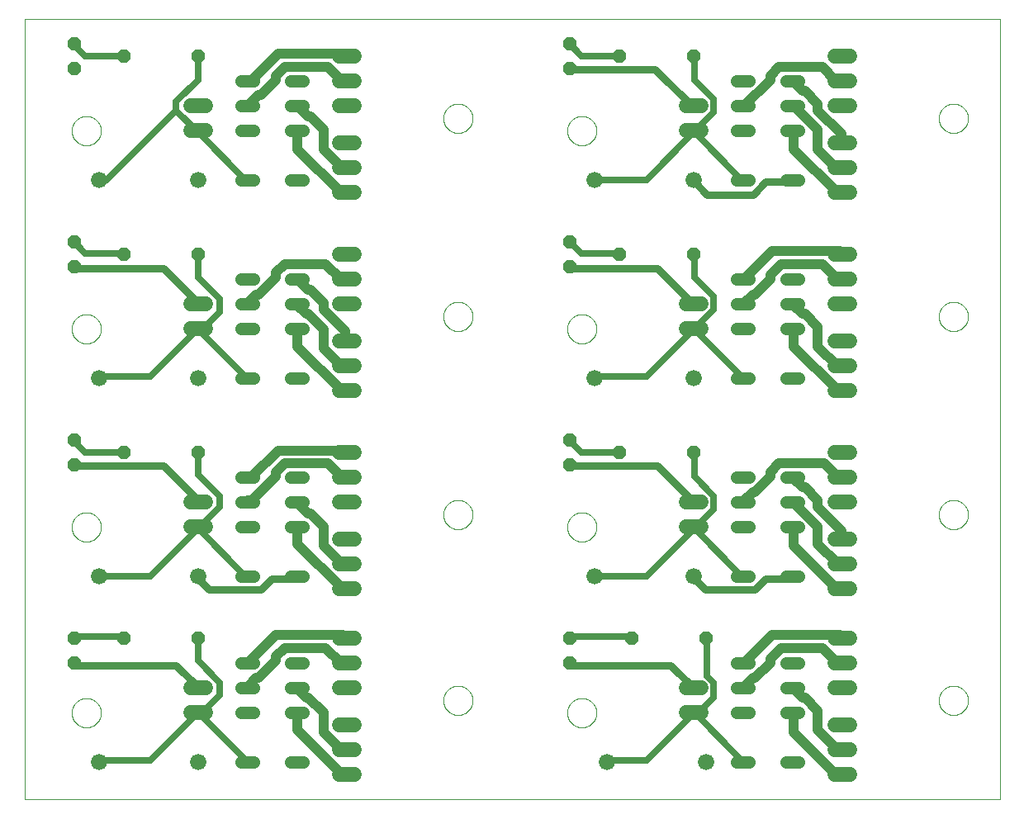
<source format=gtl>
G75*
%MOIN*%
%OFA0B0*%
%FSLAX25Y25*%
%IPPOS*%
%LPD*%
%AMOC8*
5,1,8,0,0,1.08239X$1,22.5*
%
%ADD10C,0.00000*%
%ADD11C,0.06600*%
%ADD12C,0.06000*%
%ADD13OC8,0.05200*%
%ADD14C,0.05150*%
%ADD15C,0.02500*%
%ADD16C,0.04000*%
%ADD17C,0.03000*%
D10*
X0002600Y0002600D02*
X0002600Y0317561D01*
X0396301Y0317561D01*
X0396301Y0002600D01*
X0002600Y0002600D01*
X0021694Y0037600D02*
X0021696Y0037753D01*
X0021702Y0037907D01*
X0021712Y0038060D01*
X0021726Y0038212D01*
X0021744Y0038365D01*
X0021766Y0038516D01*
X0021791Y0038667D01*
X0021821Y0038818D01*
X0021855Y0038968D01*
X0021892Y0039116D01*
X0021933Y0039264D01*
X0021978Y0039410D01*
X0022027Y0039556D01*
X0022080Y0039700D01*
X0022136Y0039842D01*
X0022196Y0039983D01*
X0022260Y0040123D01*
X0022327Y0040261D01*
X0022398Y0040397D01*
X0022473Y0040531D01*
X0022550Y0040663D01*
X0022632Y0040793D01*
X0022716Y0040921D01*
X0022804Y0041047D01*
X0022895Y0041170D01*
X0022989Y0041291D01*
X0023087Y0041409D01*
X0023187Y0041525D01*
X0023291Y0041638D01*
X0023397Y0041749D01*
X0023506Y0041857D01*
X0023618Y0041962D01*
X0023732Y0042063D01*
X0023850Y0042162D01*
X0023969Y0042258D01*
X0024091Y0042351D01*
X0024216Y0042440D01*
X0024343Y0042527D01*
X0024472Y0042609D01*
X0024603Y0042689D01*
X0024736Y0042765D01*
X0024871Y0042838D01*
X0025008Y0042907D01*
X0025147Y0042972D01*
X0025287Y0043034D01*
X0025429Y0043092D01*
X0025572Y0043147D01*
X0025717Y0043198D01*
X0025863Y0043245D01*
X0026010Y0043288D01*
X0026158Y0043327D01*
X0026307Y0043363D01*
X0026457Y0043394D01*
X0026608Y0043422D01*
X0026759Y0043446D01*
X0026912Y0043466D01*
X0027064Y0043482D01*
X0027217Y0043494D01*
X0027370Y0043502D01*
X0027523Y0043506D01*
X0027677Y0043506D01*
X0027830Y0043502D01*
X0027983Y0043494D01*
X0028136Y0043482D01*
X0028288Y0043466D01*
X0028441Y0043446D01*
X0028592Y0043422D01*
X0028743Y0043394D01*
X0028893Y0043363D01*
X0029042Y0043327D01*
X0029190Y0043288D01*
X0029337Y0043245D01*
X0029483Y0043198D01*
X0029628Y0043147D01*
X0029771Y0043092D01*
X0029913Y0043034D01*
X0030053Y0042972D01*
X0030192Y0042907D01*
X0030329Y0042838D01*
X0030464Y0042765D01*
X0030597Y0042689D01*
X0030728Y0042609D01*
X0030857Y0042527D01*
X0030984Y0042440D01*
X0031109Y0042351D01*
X0031231Y0042258D01*
X0031350Y0042162D01*
X0031468Y0042063D01*
X0031582Y0041962D01*
X0031694Y0041857D01*
X0031803Y0041749D01*
X0031909Y0041638D01*
X0032013Y0041525D01*
X0032113Y0041409D01*
X0032211Y0041291D01*
X0032305Y0041170D01*
X0032396Y0041047D01*
X0032484Y0040921D01*
X0032568Y0040793D01*
X0032650Y0040663D01*
X0032727Y0040531D01*
X0032802Y0040397D01*
X0032873Y0040261D01*
X0032940Y0040123D01*
X0033004Y0039983D01*
X0033064Y0039842D01*
X0033120Y0039700D01*
X0033173Y0039556D01*
X0033222Y0039410D01*
X0033267Y0039264D01*
X0033308Y0039116D01*
X0033345Y0038968D01*
X0033379Y0038818D01*
X0033409Y0038667D01*
X0033434Y0038516D01*
X0033456Y0038365D01*
X0033474Y0038212D01*
X0033488Y0038060D01*
X0033498Y0037907D01*
X0033504Y0037753D01*
X0033506Y0037600D01*
X0033504Y0037447D01*
X0033498Y0037293D01*
X0033488Y0037140D01*
X0033474Y0036988D01*
X0033456Y0036835D01*
X0033434Y0036684D01*
X0033409Y0036533D01*
X0033379Y0036382D01*
X0033345Y0036232D01*
X0033308Y0036084D01*
X0033267Y0035936D01*
X0033222Y0035790D01*
X0033173Y0035644D01*
X0033120Y0035500D01*
X0033064Y0035358D01*
X0033004Y0035217D01*
X0032940Y0035077D01*
X0032873Y0034939D01*
X0032802Y0034803D01*
X0032727Y0034669D01*
X0032650Y0034537D01*
X0032568Y0034407D01*
X0032484Y0034279D01*
X0032396Y0034153D01*
X0032305Y0034030D01*
X0032211Y0033909D01*
X0032113Y0033791D01*
X0032013Y0033675D01*
X0031909Y0033562D01*
X0031803Y0033451D01*
X0031694Y0033343D01*
X0031582Y0033238D01*
X0031468Y0033137D01*
X0031350Y0033038D01*
X0031231Y0032942D01*
X0031109Y0032849D01*
X0030984Y0032760D01*
X0030857Y0032673D01*
X0030728Y0032591D01*
X0030597Y0032511D01*
X0030464Y0032435D01*
X0030329Y0032362D01*
X0030192Y0032293D01*
X0030053Y0032228D01*
X0029913Y0032166D01*
X0029771Y0032108D01*
X0029628Y0032053D01*
X0029483Y0032002D01*
X0029337Y0031955D01*
X0029190Y0031912D01*
X0029042Y0031873D01*
X0028893Y0031837D01*
X0028743Y0031806D01*
X0028592Y0031778D01*
X0028441Y0031754D01*
X0028288Y0031734D01*
X0028136Y0031718D01*
X0027983Y0031706D01*
X0027830Y0031698D01*
X0027677Y0031694D01*
X0027523Y0031694D01*
X0027370Y0031698D01*
X0027217Y0031706D01*
X0027064Y0031718D01*
X0026912Y0031734D01*
X0026759Y0031754D01*
X0026608Y0031778D01*
X0026457Y0031806D01*
X0026307Y0031837D01*
X0026158Y0031873D01*
X0026010Y0031912D01*
X0025863Y0031955D01*
X0025717Y0032002D01*
X0025572Y0032053D01*
X0025429Y0032108D01*
X0025287Y0032166D01*
X0025147Y0032228D01*
X0025008Y0032293D01*
X0024871Y0032362D01*
X0024736Y0032435D01*
X0024603Y0032511D01*
X0024472Y0032591D01*
X0024343Y0032673D01*
X0024216Y0032760D01*
X0024091Y0032849D01*
X0023969Y0032942D01*
X0023850Y0033038D01*
X0023732Y0033137D01*
X0023618Y0033238D01*
X0023506Y0033343D01*
X0023397Y0033451D01*
X0023291Y0033562D01*
X0023187Y0033675D01*
X0023087Y0033791D01*
X0022989Y0033909D01*
X0022895Y0034030D01*
X0022804Y0034153D01*
X0022716Y0034279D01*
X0022632Y0034407D01*
X0022550Y0034537D01*
X0022473Y0034669D01*
X0022398Y0034803D01*
X0022327Y0034939D01*
X0022260Y0035077D01*
X0022196Y0035217D01*
X0022136Y0035358D01*
X0022080Y0035500D01*
X0022027Y0035644D01*
X0021978Y0035790D01*
X0021933Y0035936D01*
X0021892Y0036084D01*
X0021855Y0036232D01*
X0021821Y0036382D01*
X0021791Y0036533D01*
X0021766Y0036684D01*
X0021744Y0036835D01*
X0021726Y0036988D01*
X0021712Y0037140D01*
X0021702Y0037293D01*
X0021696Y0037447D01*
X0021694Y0037600D01*
X0021694Y0112600D02*
X0021696Y0112753D01*
X0021702Y0112907D01*
X0021712Y0113060D01*
X0021726Y0113212D01*
X0021744Y0113365D01*
X0021766Y0113516D01*
X0021791Y0113667D01*
X0021821Y0113818D01*
X0021855Y0113968D01*
X0021892Y0114116D01*
X0021933Y0114264D01*
X0021978Y0114410D01*
X0022027Y0114556D01*
X0022080Y0114700D01*
X0022136Y0114842D01*
X0022196Y0114983D01*
X0022260Y0115123D01*
X0022327Y0115261D01*
X0022398Y0115397D01*
X0022473Y0115531D01*
X0022550Y0115663D01*
X0022632Y0115793D01*
X0022716Y0115921D01*
X0022804Y0116047D01*
X0022895Y0116170D01*
X0022989Y0116291D01*
X0023087Y0116409D01*
X0023187Y0116525D01*
X0023291Y0116638D01*
X0023397Y0116749D01*
X0023506Y0116857D01*
X0023618Y0116962D01*
X0023732Y0117063D01*
X0023850Y0117162D01*
X0023969Y0117258D01*
X0024091Y0117351D01*
X0024216Y0117440D01*
X0024343Y0117527D01*
X0024472Y0117609D01*
X0024603Y0117689D01*
X0024736Y0117765D01*
X0024871Y0117838D01*
X0025008Y0117907D01*
X0025147Y0117972D01*
X0025287Y0118034D01*
X0025429Y0118092D01*
X0025572Y0118147D01*
X0025717Y0118198D01*
X0025863Y0118245D01*
X0026010Y0118288D01*
X0026158Y0118327D01*
X0026307Y0118363D01*
X0026457Y0118394D01*
X0026608Y0118422D01*
X0026759Y0118446D01*
X0026912Y0118466D01*
X0027064Y0118482D01*
X0027217Y0118494D01*
X0027370Y0118502D01*
X0027523Y0118506D01*
X0027677Y0118506D01*
X0027830Y0118502D01*
X0027983Y0118494D01*
X0028136Y0118482D01*
X0028288Y0118466D01*
X0028441Y0118446D01*
X0028592Y0118422D01*
X0028743Y0118394D01*
X0028893Y0118363D01*
X0029042Y0118327D01*
X0029190Y0118288D01*
X0029337Y0118245D01*
X0029483Y0118198D01*
X0029628Y0118147D01*
X0029771Y0118092D01*
X0029913Y0118034D01*
X0030053Y0117972D01*
X0030192Y0117907D01*
X0030329Y0117838D01*
X0030464Y0117765D01*
X0030597Y0117689D01*
X0030728Y0117609D01*
X0030857Y0117527D01*
X0030984Y0117440D01*
X0031109Y0117351D01*
X0031231Y0117258D01*
X0031350Y0117162D01*
X0031468Y0117063D01*
X0031582Y0116962D01*
X0031694Y0116857D01*
X0031803Y0116749D01*
X0031909Y0116638D01*
X0032013Y0116525D01*
X0032113Y0116409D01*
X0032211Y0116291D01*
X0032305Y0116170D01*
X0032396Y0116047D01*
X0032484Y0115921D01*
X0032568Y0115793D01*
X0032650Y0115663D01*
X0032727Y0115531D01*
X0032802Y0115397D01*
X0032873Y0115261D01*
X0032940Y0115123D01*
X0033004Y0114983D01*
X0033064Y0114842D01*
X0033120Y0114700D01*
X0033173Y0114556D01*
X0033222Y0114410D01*
X0033267Y0114264D01*
X0033308Y0114116D01*
X0033345Y0113968D01*
X0033379Y0113818D01*
X0033409Y0113667D01*
X0033434Y0113516D01*
X0033456Y0113365D01*
X0033474Y0113212D01*
X0033488Y0113060D01*
X0033498Y0112907D01*
X0033504Y0112753D01*
X0033506Y0112600D01*
X0033504Y0112447D01*
X0033498Y0112293D01*
X0033488Y0112140D01*
X0033474Y0111988D01*
X0033456Y0111835D01*
X0033434Y0111684D01*
X0033409Y0111533D01*
X0033379Y0111382D01*
X0033345Y0111232D01*
X0033308Y0111084D01*
X0033267Y0110936D01*
X0033222Y0110790D01*
X0033173Y0110644D01*
X0033120Y0110500D01*
X0033064Y0110358D01*
X0033004Y0110217D01*
X0032940Y0110077D01*
X0032873Y0109939D01*
X0032802Y0109803D01*
X0032727Y0109669D01*
X0032650Y0109537D01*
X0032568Y0109407D01*
X0032484Y0109279D01*
X0032396Y0109153D01*
X0032305Y0109030D01*
X0032211Y0108909D01*
X0032113Y0108791D01*
X0032013Y0108675D01*
X0031909Y0108562D01*
X0031803Y0108451D01*
X0031694Y0108343D01*
X0031582Y0108238D01*
X0031468Y0108137D01*
X0031350Y0108038D01*
X0031231Y0107942D01*
X0031109Y0107849D01*
X0030984Y0107760D01*
X0030857Y0107673D01*
X0030728Y0107591D01*
X0030597Y0107511D01*
X0030464Y0107435D01*
X0030329Y0107362D01*
X0030192Y0107293D01*
X0030053Y0107228D01*
X0029913Y0107166D01*
X0029771Y0107108D01*
X0029628Y0107053D01*
X0029483Y0107002D01*
X0029337Y0106955D01*
X0029190Y0106912D01*
X0029042Y0106873D01*
X0028893Y0106837D01*
X0028743Y0106806D01*
X0028592Y0106778D01*
X0028441Y0106754D01*
X0028288Y0106734D01*
X0028136Y0106718D01*
X0027983Y0106706D01*
X0027830Y0106698D01*
X0027677Y0106694D01*
X0027523Y0106694D01*
X0027370Y0106698D01*
X0027217Y0106706D01*
X0027064Y0106718D01*
X0026912Y0106734D01*
X0026759Y0106754D01*
X0026608Y0106778D01*
X0026457Y0106806D01*
X0026307Y0106837D01*
X0026158Y0106873D01*
X0026010Y0106912D01*
X0025863Y0106955D01*
X0025717Y0107002D01*
X0025572Y0107053D01*
X0025429Y0107108D01*
X0025287Y0107166D01*
X0025147Y0107228D01*
X0025008Y0107293D01*
X0024871Y0107362D01*
X0024736Y0107435D01*
X0024603Y0107511D01*
X0024472Y0107591D01*
X0024343Y0107673D01*
X0024216Y0107760D01*
X0024091Y0107849D01*
X0023969Y0107942D01*
X0023850Y0108038D01*
X0023732Y0108137D01*
X0023618Y0108238D01*
X0023506Y0108343D01*
X0023397Y0108451D01*
X0023291Y0108562D01*
X0023187Y0108675D01*
X0023087Y0108791D01*
X0022989Y0108909D01*
X0022895Y0109030D01*
X0022804Y0109153D01*
X0022716Y0109279D01*
X0022632Y0109407D01*
X0022550Y0109537D01*
X0022473Y0109669D01*
X0022398Y0109803D01*
X0022327Y0109939D01*
X0022260Y0110077D01*
X0022196Y0110217D01*
X0022136Y0110358D01*
X0022080Y0110500D01*
X0022027Y0110644D01*
X0021978Y0110790D01*
X0021933Y0110936D01*
X0021892Y0111084D01*
X0021855Y0111232D01*
X0021821Y0111382D01*
X0021791Y0111533D01*
X0021766Y0111684D01*
X0021744Y0111835D01*
X0021726Y0111988D01*
X0021712Y0112140D01*
X0021702Y0112293D01*
X0021696Y0112447D01*
X0021694Y0112600D01*
X0021694Y0192600D02*
X0021696Y0192753D01*
X0021702Y0192907D01*
X0021712Y0193060D01*
X0021726Y0193212D01*
X0021744Y0193365D01*
X0021766Y0193516D01*
X0021791Y0193667D01*
X0021821Y0193818D01*
X0021855Y0193968D01*
X0021892Y0194116D01*
X0021933Y0194264D01*
X0021978Y0194410D01*
X0022027Y0194556D01*
X0022080Y0194700D01*
X0022136Y0194842D01*
X0022196Y0194983D01*
X0022260Y0195123D01*
X0022327Y0195261D01*
X0022398Y0195397D01*
X0022473Y0195531D01*
X0022550Y0195663D01*
X0022632Y0195793D01*
X0022716Y0195921D01*
X0022804Y0196047D01*
X0022895Y0196170D01*
X0022989Y0196291D01*
X0023087Y0196409D01*
X0023187Y0196525D01*
X0023291Y0196638D01*
X0023397Y0196749D01*
X0023506Y0196857D01*
X0023618Y0196962D01*
X0023732Y0197063D01*
X0023850Y0197162D01*
X0023969Y0197258D01*
X0024091Y0197351D01*
X0024216Y0197440D01*
X0024343Y0197527D01*
X0024472Y0197609D01*
X0024603Y0197689D01*
X0024736Y0197765D01*
X0024871Y0197838D01*
X0025008Y0197907D01*
X0025147Y0197972D01*
X0025287Y0198034D01*
X0025429Y0198092D01*
X0025572Y0198147D01*
X0025717Y0198198D01*
X0025863Y0198245D01*
X0026010Y0198288D01*
X0026158Y0198327D01*
X0026307Y0198363D01*
X0026457Y0198394D01*
X0026608Y0198422D01*
X0026759Y0198446D01*
X0026912Y0198466D01*
X0027064Y0198482D01*
X0027217Y0198494D01*
X0027370Y0198502D01*
X0027523Y0198506D01*
X0027677Y0198506D01*
X0027830Y0198502D01*
X0027983Y0198494D01*
X0028136Y0198482D01*
X0028288Y0198466D01*
X0028441Y0198446D01*
X0028592Y0198422D01*
X0028743Y0198394D01*
X0028893Y0198363D01*
X0029042Y0198327D01*
X0029190Y0198288D01*
X0029337Y0198245D01*
X0029483Y0198198D01*
X0029628Y0198147D01*
X0029771Y0198092D01*
X0029913Y0198034D01*
X0030053Y0197972D01*
X0030192Y0197907D01*
X0030329Y0197838D01*
X0030464Y0197765D01*
X0030597Y0197689D01*
X0030728Y0197609D01*
X0030857Y0197527D01*
X0030984Y0197440D01*
X0031109Y0197351D01*
X0031231Y0197258D01*
X0031350Y0197162D01*
X0031468Y0197063D01*
X0031582Y0196962D01*
X0031694Y0196857D01*
X0031803Y0196749D01*
X0031909Y0196638D01*
X0032013Y0196525D01*
X0032113Y0196409D01*
X0032211Y0196291D01*
X0032305Y0196170D01*
X0032396Y0196047D01*
X0032484Y0195921D01*
X0032568Y0195793D01*
X0032650Y0195663D01*
X0032727Y0195531D01*
X0032802Y0195397D01*
X0032873Y0195261D01*
X0032940Y0195123D01*
X0033004Y0194983D01*
X0033064Y0194842D01*
X0033120Y0194700D01*
X0033173Y0194556D01*
X0033222Y0194410D01*
X0033267Y0194264D01*
X0033308Y0194116D01*
X0033345Y0193968D01*
X0033379Y0193818D01*
X0033409Y0193667D01*
X0033434Y0193516D01*
X0033456Y0193365D01*
X0033474Y0193212D01*
X0033488Y0193060D01*
X0033498Y0192907D01*
X0033504Y0192753D01*
X0033506Y0192600D01*
X0033504Y0192447D01*
X0033498Y0192293D01*
X0033488Y0192140D01*
X0033474Y0191988D01*
X0033456Y0191835D01*
X0033434Y0191684D01*
X0033409Y0191533D01*
X0033379Y0191382D01*
X0033345Y0191232D01*
X0033308Y0191084D01*
X0033267Y0190936D01*
X0033222Y0190790D01*
X0033173Y0190644D01*
X0033120Y0190500D01*
X0033064Y0190358D01*
X0033004Y0190217D01*
X0032940Y0190077D01*
X0032873Y0189939D01*
X0032802Y0189803D01*
X0032727Y0189669D01*
X0032650Y0189537D01*
X0032568Y0189407D01*
X0032484Y0189279D01*
X0032396Y0189153D01*
X0032305Y0189030D01*
X0032211Y0188909D01*
X0032113Y0188791D01*
X0032013Y0188675D01*
X0031909Y0188562D01*
X0031803Y0188451D01*
X0031694Y0188343D01*
X0031582Y0188238D01*
X0031468Y0188137D01*
X0031350Y0188038D01*
X0031231Y0187942D01*
X0031109Y0187849D01*
X0030984Y0187760D01*
X0030857Y0187673D01*
X0030728Y0187591D01*
X0030597Y0187511D01*
X0030464Y0187435D01*
X0030329Y0187362D01*
X0030192Y0187293D01*
X0030053Y0187228D01*
X0029913Y0187166D01*
X0029771Y0187108D01*
X0029628Y0187053D01*
X0029483Y0187002D01*
X0029337Y0186955D01*
X0029190Y0186912D01*
X0029042Y0186873D01*
X0028893Y0186837D01*
X0028743Y0186806D01*
X0028592Y0186778D01*
X0028441Y0186754D01*
X0028288Y0186734D01*
X0028136Y0186718D01*
X0027983Y0186706D01*
X0027830Y0186698D01*
X0027677Y0186694D01*
X0027523Y0186694D01*
X0027370Y0186698D01*
X0027217Y0186706D01*
X0027064Y0186718D01*
X0026912Y0186734D01*
X0026759Y0186754D01*
X0026608Y0186778D01*
X0026457Y0186806D01*
X0026307Y0186837D01*
X0026158Y0186873D01*
X0026010Y0186912D01*
X0025863Y0186955D01*
X0025717Y0187002D01*
X0025572Y0187053D01*
X0025429Y0187108D01*
X0025287Y0187166D01*
X0025147Y0187228D01*
X0025008Y0187293D01*
X0024871Y0187362D01*
X0024736Y0187435D01*
X0024603Y0187511D01*
X0024472Y0187591D01*
X0024343Y0187673D01*
X0024216Y0187760D01*
X0024091Y0187849D01*
X0023969Y0187942D01*
X0023850Y0188038D01*
X0023732Y0188137D01*
X0023618Y0188238D01*
X0023506Y0188343D01*
X0023397Y0188451D01*
X0023291Y0188562D01*
X0023187Y0188675D01*
X0023087Y0188791D01*
X0022989Y0188909D01*
X0022895Y0189030D01*
X0022804Y0189153D01*
X0022716Y0189279D01*
X0022632Y0189407D01*
X0022550Y0189537D01*
X0022473Y0189669D01*
X0022398Y0189803D01*
X0022327Y0189939D01*
X0022260Y0190077D01*
X0022196Y0190217D01*
X0022136Y0190358D01*
X0022080Y0190500D01*
X0022027Y0190644D01*
X0021978Y0190790D01*
X0021933Y0190936D01*
X0021892Y0191084D01*
X0021855Y0191232D01*
X0021821Y0191382D01*
X0021791Y0191533D01*
X0021766Y0191684D01*
X0021744Y0191835D01*
X0021726Y0191988D01*
X0021712Y0192140D01*
X0021702Y0192293D01*
X0021696Y0192447D01*
X0021694Y0192600D01*
X0021694Y0272600D02*
X0021696Y0272753D01*
X0021702Y0272907D01*
X0021712Y0273060D01*
X0021726Y0273212D01*
X0021744Y0273365D01*
X0021766Y0273516D01*
X0021791Y0273667D01*
X0021821Y0273818D01*
X0021855Y0273968D01*
X0021892Y0274116D01*
X0021933Y0274264D01*
X0021978Y0274410D01*
X0022027Y0274556D01*
X0022080Y0274700D01*
X0022136Y0274842D01*
X0022196Y0274983D01*
X0022260Y0275123D01*
X0022327Y0275261D01*
X0022398Y0275397D01*
X0022473Y0275531D01*
X0022550Y0275663D01*
X0022632Y0275793D01*
X0022716Y0275921D01*
X0022804Y0276047D01*
X0022895Y0276170D01*
X0022989Y0276291D01*
X0023087Y0276409D01*
X0023187Y0276525D01*
X0023291Y0276638D01*
X0023397Y0276749D01*
X0023506Y0276857D01*
X0023618Y0276962D01*
X0023732Y0277063D01*
X0023850Y0277162D01*
X0023969Y0277258D01*
X0024091Y0277351D01*
X0024216Y0277440D01*
X0024343Y0277527D01*
X0024472Y0277609D01*
X0024603Y0277689D01*
X0024736Y0277765D01*
X0024871Y0277838D01*
X0025008Y0277907D01*
X0025147Y0277972D01*
X0025287Y0278034D01*
X0025429Y0278092D01*
X0025572Y0278147D01*
X0025717Y0278198D01*
X0025863Y0278245D01*
X0026010Y0278288D01*
X0026158Y0278327D01*
X0026307Y0278363D01*
X0026457Y0278394D01*
X0026608Y0278422D01*
X0026759Y0278446D01*
X0026912Y0278466D01*
X0027064Y0278482D01*
X0027217Y0278494D01*
X0027370Y0278502D01*
X0027523Y0278506D01*
X0027677Y0278506D01*
X0027830Y0278502D01*
X0027983Y0278494D01*
X0028136Y0278482D01*
X0028288Y0278466D01*
X0028441Y0278446D01*
X0028592Y0278422D01*
X0028743Y0278394D01*
X0028893Y0278363D01*
X0029042Y0278327D01*
X0029190Y0278288D01*
X0029337Y0278245D01*
X0029483Y0278198D01*
X0029628Y0278147D01*
X0029771Y0278092D01*
X0029913Y0278034D01*
X0030053Y0277972D01*
X0030192Y0277907D01*
X0030329Y0277838D01*
X0030464Y0277765D01*
X0030597Y0277689D01*
X0030728Y0277609D01*
X0030857Y0277527D01*
X0030984Y0277440D01*
X0031109Y0277351D01*
X0031231Y0277258D01*
X0031350Y0277162D01*
X0031468Y0277063D01*
X0031582Y0276962D01*
X0031694Y0276857D01*
X0031803Y0276749D01*
X0031909Y0276638D01*
X0032013Y0276525D01*
X0032113Y0276409D01*
X0032211Y0276291D01*
X0032305Y0276170D01*
X0032396Y0276047D01*
X0032484Y0275921D01*
X0032568Y0275793D01*
X0032650Y0275663D01*
X0032727Y0275531D01*
X0032802Y0275397D01*
X0032873Y0275261D01*
X0032940Y0275123D01*
X0033004Y0274983D01*
X0033064Y0274842D01*
X0033120Y0274700D01*
X0033173Y0274556D01*
X0033222Y0274410D01*
X0033267Y0274264D01*
X0033308Y0274116D01*
X0033345Y0273968D01*
X0033379Y0273818D01*
X0033409Y0273667D01*
X0033434Y0273516D01*
X0033456Y0273365D01*
X0033474Y0273212D01*
X0033488Y0273060D01*
X0033498Y0272907D01*
X0033504Y0272753D01*
X0033506Y0272600D01*
X0033504Y0272447D01*
X0033498Y0272293D01*
X0033488Y0272140D01*
X0033474Y0271988D01*
X0033456Y0271835D01*
X0033434Y0271684D01*
X0033409Y0271533D01*
X0033379Y0271382D01*
X0033345Y0271232D01*
X0033308Y0271084D01*
X0033267Y0270936D01*
X0033222Y0270790D01*
X0033173Y0270644D01*
X0033120Y0270500D01*
X0033064Y0270358D01*
X0033004Y0270217D01*
X0032940Y0270077D01*
X0032873Y0269939D01*
X0032802Y0269803D01*
X0032727Y0269669D01*
X0032650Y0269537D01*
X0032568Y0269407D01*
X0032484Y0269279D01*
X0032396Y0269153D01*
X0032305Y0269030D01*
X0032211Y0268909D01*
X0032113Y0268791D01*
X0032013Y0268675D01*
X0031909Y0268562D01*
X0031803Y0268451D01*
X0031694Y0268343D01*
X0031582Y0268238D01*
X0031468Y0268137D01*
X0031350Y0268038D01*
X0031231Y0267942D01*
X0031109Y0267849D01*
X0030984Y0267760D01*
X0030857Y0267673D01*
X0030728Y0267591D01*
X0030597Y0267511D01*
X0030464Y0267435D01*
X0030329Y0267362D01*
X0030192Y0267293D01*
X0030053Y0267228D01*
X0029913Y0267166D01*
X0029771Y0267108D01*
X0029628Y0267053D01*
X0029483Y0267002D01*
X0029337Y0266955D01*
X0029190Y0266912D01*
X0029042Y0266873D01*
X0028893Y0266837D01*
X0028743Y0266806D01*
X0028592Y0266778D01*
X0028441Y0266754D01*
X0028288Y0266734D01*
X0028136Y0266718D01*
X0027983Y0266706D01*
X0027830Y0266698D01*
X0027677Y0266694D01*
X0027523Y0266694D01*
X0027370Y0266698D01*
X0027217Y0266706D01*
X0027064Y0266718D01*
X0026912Y0266734D01*
X0026759Y0266754D01*
X0026608Y0266778D01*
X0026457Y0266806D01*
X0026307Y0266837D01*
X0026158Y0266873D01*
X0026010Y0266912D01*
X0025863Y0266955D01*
X0025717Y0267002D01*
X0025572Y0267053D01*
X0025429Y0267108D01*
X0025287Y0267166D01*
X0025147Y0267228D01*
X0025008Y0267293D01*
X0024871Y0267362D01*
X0024736Y0267435D01*
X0024603Y0267511D01*
X0024472Y0267591D01*
X0024343Y0267673D01*
X0024216Y0267760D01*
X0024091Y0267849D01*
X0023969Y0267942D01*
X0023850Y0268038D01*
X0023732Y0268137D01*
X0023618Y0268238D01*
X0023506Y0268343D01*
X0023397Y0268451D01*
X0023291Y0268562D01*
X0023187Y0268675D01*
X0023087Y0268791D01*
X0022989Y0268909D01*
X0022895Y0269030D01*
X0022804Y0269153D01*
X0022716Y0269279D01*
X0022632Y0269407D01*
X0022550Y0269537D01*
X0022473Y0269669D01*
X0022398Y0269803D01*
X0022327Y0269939D01*
X0022260Y0270077D01*
X0022196Y0270217D01*
X0022136Y0270358D01*
X0022080Y0270500D01*
X0022027Y0270644D01*
X0021978Y0270790D01*
X0021933Y0270936D01*
X0021892Y0271084D01*
X0021855Y0271232D01*
X0021821Y0271382D01*
X0021791Y0271533D01*
X0021766Y0271684D01*
X0021744Y0271835D01*
X0021726Y0271988D01*
X0021712Y0272140D01*
X0021702Y0272293D01*
X0021696Y0272447D01*
X0021694Y0272600D01*
X0171694Y0277600D02*
X0171696Y0277753D01*
X0171702Y0277907D01*
X0171712Y0278060D01*
X0171726Y0278212D01*
X0171744Y0278365D01*
X0171766Y0278516D01*
X0171791Y0278667D01*
X0171821Y0278818D01*
X0171855Y0278968D01*
X0171892Y0279116D01*
X0171933Y0279264D01*
X0171978Y0279410D01*
X0172027Y0279556D01*
X0172080Y0279700D01*
X0172136Y0279842D01*
X0172196Y0279983D01*
X0172260Y0280123D01*
X0172327Y0280261D01*
X0172398Y0280397D01*
X0172473Y0280531D01*
X0172550Y0280663D01*
X0172632Y0280793D01*
X0172716Y0280921D01*
X0172804Y0281047D01*
X0172895Y0281170D01*
X0172989Y0281291D01*
X0173087Y0281409D01*
X0173187Y0281525D01*
X0173291Y0281638D01*
X0173397Y0281749D01*
X0173506Y0281857D01*
X0173618Y0281962D01*
X0173732Y0282063D01*
X0173850Y0282162D01*
X0173969Y0282258D01*
X0174091Y0282351D01*
X0174216Y0282440D01*
X0174343Y0282527D01*
X0174472Y0282609D01*
X0174603Y0282689D01*
X0174736Y0282765D01*
X0174871Y0282838D01*
X0175008Y0282907D01*
X0175147Y0282972D01*
X0175287Y0283034D01*
X0175429Y0283092D01*
X0175572Y0283147D01*
X0175717Y0283198D01*
X0175863Y0283245D01*
X0176010Y0283288D01*
X0176158Y0283327D01*
X0176307Y0283363D01*
X0176457Y0283394D01*
X0176608Y0283422D01*
X0176759Y0283446D01*
X0176912Y0283466D01*
X0177064Y0283482D01*
X0177217Y0283494D01*
X0177370Y0283502D01*
X0177523Y0283506D01*
X0177677Y0283506D01*
X0177830Y0283502D01*
X0177983Y0283494D01*
X0178136Y0283482D01*
X0178288Y0283466D01*
X0178441Y0283446D01*
X0178592Y0283422D01*
X0178743Y0283394D01*
X0178893Y0283363D01*
X0179042Y0283327D01*
X0179190Y0283288D01*
X0179337Y0283245D01*
X0179483Y0283198D01*
X0179628Y0283147D01*
X0179771Y0283092D01*
X0179913Y0283034D01*
X0180053Y0282972D01*
X0180192Y0282907D01*
X0180329Y0282838D01*
X0180464Y0282765D01*
X0180597Y0282689D01*
X0180728Y0282609D01*
X0180857Y0282527D01*
X0180984Y0282440D01*
X0181109Y0282351D01*
X0181231Y0282258D01*
X0181350Y0282162D01*
X0181468Y0282063D01*
X0181582Y0281962D01*
X0181694Y0281857D01*
X0181803Y0281749D01*
X0181909Y0281638D01*
X0182013Y0281525D01*
X0182113Y0281409D01*
X0182211Y0281291D01*
X0182305Y0281170D01*
X0182396Y0281047D01*
X0182484Y0280921D01*
X0182568Y0280793D01*
X0182650Y0280663D01*
X0182727Y0280531D01*
X0182802Y0280397D01*
X0182873Y0280261D01*
X0182940Y0280123D01*
X0183004Y0279983D01*
X0183064Y0279842D01*
X0183120Y0279700D01*
X0183173Y0279556D01*
X0183222Y0279410D01*
X0183267Y0279264D01*
X0183308Y0279116D01*
X0183345Y0278968D01*
X0183379Y0278818D01*
X0183409Y0278667D01*
X0183434Y0278516D01*
X0183456Y0278365D01*
X0183474Y0278212D01*
X0183488Y0278060D01*
X0183498Y0277907D01*
X0183504Y0277753D01*
X0183506Y0277600D01*
X0183504Y0277447D01*
X0183498Y0277293D01*
X0183488Y0277140D01*
X0183474Y0276988D01*
X0183456Y0276835D01*
X0183434Y0276684D01*
X0183409Y0276533D01*
X0183379Y0276382D01*
X0183345Y0276232D01*
X0183308Y0276084D01*
X0183267Y0275936D01*
X0183222Y0275790D01*
X0183173Y0275644D01*
X0183120Y0275500D01*
X0183064Y0275358D01*
X0183004Y0275217D01*
X0182940Y0275077D01*
X0182873Y0274939D01*
X0182802Y0274803D01*
X0182727Y0274669D01*
X0182650Y0274537D01*
X0182568Y0274407D01*
X0182484Y0274279D01*
X0182396Y0274153D01*
X0182305Y0274030D01*
X0182211Y0273909D01*
X0182113Y0273791D01*
X0182013Y0273675D01*
X0181909Y0273562D01*
X0181803Y0273451D01*
X0181694Y0273343D01*
X0181582Y0273238D01*
X0181468Y0273137D01*
X0181350Y0273038D01*
X0181231Y0272942D01*
X0181109Y0272849D01*
X0180984Y0272760D01*
X0180857Y0272673D01*
X0180728Y0272591D01*
X0180597Y0272511D01*
X0180464Y0272435D01*
X0180329Y0272362D01*
X0180192Y0272293D01*
X0180053Y0272228D01*
X0179913Y0272166D01*
X0179771Y0272108D01*
X0179628Y0272053D01*
X0179483Y0272002D01*
X0179337Y0271955D01*
X0179190Y0271912D01*
X0179042Y0271873D01*
X0178893Y0271837D01*
X0178743Y0271806D01*
X0178592Y0271778D01*
X0178441Y0271754D01*
X0178288Y0271734D01*
X0178136Y0271718D01*
X0177983Y0271706D01*
X0177830Y0271698D01*
X0177677Y0271694D01*
X0177523Y0271694D01*
X0177370Y0271698D01*
X0177217Y0271706D01*
X0177064Y0271718D01*
X0176912Y0271734D01*
X0176759Y0271754D01*
X0176608Y0271778D01*
X0176457Y0271806D01*
X0176307Y0271837D01*
X0176158Y0271873D01*
X0176010Y0271912D01*
X0175863Y0271955D01*
X0175717Y0272002D01*
X0175572Y0272053D01*
X0175429Y0272108D01*
X0175287Y0272166D01*
X0175147Y0272228D01*
X0175008Y0272293D01*
X0174871Y0272362D01*
X0174736Y0272435D01*
X0174603Y0272511D01*
X0174472Y0272591D01*
X0174343Y0272673D01*
X0174216Y0272760D01*
X0174091Y0272849D01*
X0173969Y0272942D01*
X0173850Y0273038D01*
X0173732Y0273137D01*
X0173618Y0273238D01*
X0173506Y0273343D01*
X0173397Y0273451D01*
X0173291Y0273562D01*
X0173187Y0273675D01*
X0173087Y0273791D01*
X0172989Y0273909D01*
X0172895Y0274030D01*
X0172804Y0274153D01*
X0172716Y0274279D01*
X0172632Y0274407D01*
X0172550Y0274537D01*
X0172473Y0274669D01*
X0172398Y0274803D01*
X0172327Y0274939D01*
X0172260Y0275077D01*
X0172196Y0275217D01*
X0172136Y0275358D01*
X0172080Y0275500D01*
X0172027Y0275644D01*
X0171978Y0275790D01*
X0171933Y0275936D01*
X0171892Y0276084D01*
X0171855Y0276232D01*
X0171821Y0276382D01*
X0171791Y0276533D01*
X0171766Y0276684D01*
X0171744Y0276835D01*
X0171726Y0276988D01*
X0171712Y0277140D01*
X0171702Y0277293D01*
X0171696Y0277447D01*
X0171694Y0277600D01*
X0221694Y0272600D02*
X0221696Y0272753D01*
X0221702Y0272907D01*
X0221712Y0273060D01*
X0221726Y0273212D01*
X0221744Y0273365D01*
X0221766Y0273516D01*
X0221791Y0273667D01*
X0221821Y0273818D01*
X0221855Y0273968D01*
X0221892Y0274116D01*
X0221933Y0274264D01*
X0221978Y0274410D01*
X0222027Y0274556D01*
X0222080Y0274700D01*
X0222136Y0274842D01*
X0222196Y0274983D01*
X0222260Y0275123D01*
X0222327Y0275261D01*
X0222398Y0275397D01*
X0222473Y0275531D01*
X0222550Y0275663D01*
X0222632Y0275793D01*
X0222716Y0275921D01*
X0222804Y0276047D01*
X0222895Y0276170D01*
X0222989Y0276291D01*
X0223087Y0276409D01*
X0223187Y0276525D01*
X0223291Y0276638D01*
X0223397Y0276749D01*
X0223506Y0276857D01*
X0223618Y0276962D01*
X0223732Y0277063D01*
X0223850Y0277162D01*
X0223969Y0277258D01*
X0224091Y0277351D01*
X0224216Y0277440D01*
X0224343Y0277527D01*
X0224472Y0277609D01*
X0224603Y0277689D01*
X0224736Y0277765D01*
X0224871Y0277838D01*
X0225008Y0277907D01*
X0225147Y0277972D01*
X0225287Y0278034D01*
X0225429Y0278092D01*
X0225572Y0278147D01*
X0225717Y0278198D01*
X0225863Y0278245D01*
X0226010Y0278288D01*
X0226158Y0278327D01*
X0226307Y0278363D01*
X0226457Y0278394D01*
X0226608Y0278422D01*
X0226759Y0278446D01*
X0226912Y0278466D01*
X0227064Y0278482D01*
X0227217Y0278494D01*
X0227370Y0278502D01*
X0227523Y0278506D01*
X0227677Y0278506D01*
X0227830Y0278502D01*
X0227983Y0278494D01*
X0228136Y0278482D01*
X0228288Y0278466D01*
X0228441Y0278446D01*
X0228592Y0278422D01*
X0228743Y0278394D01*
X0228893Y0278363D01*
X0229042Y0278327D01*
X0229190Y0278288D01*
X0229337Y0278245D01*
X0229483Y0278198D01*
X0229628Y0278147D01*
X0229771Y0278092D01*
X0229913Y0278034D01*
X0230053Y0277972D01*
X0230192Y0277907D01*
X0230329Y0277838D01*
X0230464Y0277765D01*
X0230597Y0277689D01*
X0230728Y0277609D01*
X0230857Y0277527D01*
X0230984Y0277440D01*
X0231109Y0277351D01*
X0231231Y0277258D01*
X0231350Y0277162D01*
X0231468Y0277063D01*
X0231582Y0276962D01*
X0231694Y0276857D01*
X0231803Y0276749D01*
X0231909Y0276638D01*
X0232013Y0276525D01*
X0232113Y0276409D01*
X0232211Y0276291D01*
X0232305Y0276170D01*
X0232396Y0276047D01*
X0232484Y0275921D01*
X0232568Y0275793D01*
X0232650Y0275663D01*
X0232727Y0275531D01*
X0232802Y0275397D01*
X0232873Y0275261D01*
X0232940Y0275123D01*
X0233004Y0274983D01*
X0233064Y0274842D01*
X0233120Y0274700D01*
X0233173Y0274556D01*
X0233222Y0274410D01*
X0233267Y0274264D01*
X0233308Y0274116D01*
X0233345Y0273968D01*
X0233379Y0273818D01*
X0233409Y0273667D01*
X0233434Y0273516D01*
X0233456Y0273365D01*
X0233474Y0273212D01*
X0233488Y0273060D01*
X0233498Y0272907D01*
X0233504Y0272753D01*
X0233506Y0272600D01*
X0233504Y0272447D01*
X0233498Y0272293D01*
X0233488Y0272140D01*
X0233474Y0271988D01*
X0233456Y0271835D01*
X0233434Y0271684D01*
X0233409Y0271533D01*
X0233379Y0271382D01*
X0233345Y0271232D01*
X0233308Y0271084D01*
X0233267Y0270936D01*
X0233222Y0270790D01*
X0233173Y0270644D01*
X0233120Y0270500D01*
X0233064Y0270358D01*
X0233004Y0270217D01*
X0232940Y0270077D01*
X0232873Y0269939D01*
X0232802Y0269803D01*
X0232727Y0269669D01*
X0232650Y0269537D01*
X0232568Y0269407D01*
X0232484Y0269279D01*
X0232396Y0269153D01*
X0232305Y0269030D01*
X0232211Y0268909D01*
X0232113Y0268791D01*
X0232013Y0268675D01*
X0231909Y0268562D01*
X0231803Y0268451D01*
X0231694Y0268343D01*
X0231582Y0268238D01*
X0231468Y0268137D01*
X0231350Y0268038D01*
X0231231Y0267942D01*
X0231109Y0267849D01*
X0230984Y0267760D01*
X0230857Y0267673D01*
X0230728Y0267591D01*
X0230597Y0267511D01*
X0230464Y0267435D01*
X0230329Y0267362D01*
X0230192Y0267293D01*
X0230053Y0267228D01*
X0229913Y0267166D01*
X0229771Y0267108D01*
X0229628Y0267053D01*
X0229483Y0267002D01*
X0229337Y0266955D01*
X0229190Y0266912D01*
X0229042Y0266873D01*
X0228893Y0266837D01*
X0228743Y0266806D01*
X0228592Y0266778D01*
X0228441Y0266754D01*
X0228288Y0266734D01*
X0228136Y0266718D01*
X0227983Y0266706D01*
X0227830Y0266698D01*
X0227677Y0266694D01*
X0227523Y0266694D01*
X0227370Y0266698D01*
X0227217Y0266706D01*
X0227064Y0266718D01*
X0226912Y0266734D01*
X0226759Y0266754D01*
X0226608Y0266778D01*
X0226457Y0266806D01*
X0226307Y0266837D01*
X0226158Y0266873D01*
X0226010Y0266912D01*
X0225863Y0266955D01*
X0225717Y0267002D01*
X0225572Y0267053D01*
X0225429Y0267108D01*
X0225287Y0267166D01*
X0225147Y0267228D01*
X0225008Y0267293D01*
X0224871Y0267362D01*
X0224736Y0267435D01*
X0224603Y0267511D01*
X0224472Y0267591D01*
X0224343Y0267673D01*
X0224216Y0267760D01*
X0224091Y0267849D01*
X0223969Y0267942D01*
X0223850Y0268038D01*
X0223732Y0268137D01*
X0223618Y0268238D01*
X0223506Y0268343D01*
X0223397Y0268451D01*
X0223291Y0268562D01*
X0223187Y0268675D01*
X0223087Y0268791D01*
X0222989Y0268909D01*
X0222895Y0269030D01*
X0222804Y0269153D01*
X0222716Y0269279D01*
X0222632Y0269407D01*
X0222550Y0269537D01*
X0222473Y0269669D01*
X0222398Y0269803D01*
X0222327Y0269939D01*
X0222260Y0270077D01*
X0222196Y0270217D01*
X0222136Y0270358D01*
X0222080Y0270500D01*
X0222027Y0270644D01*
X0221978Y0270790D01*
X0221933Y0270936D01*
X0221892Y0271084D01*
X0221855Y0271232D01*
X0221821Y0271382D01*
X0221791Y0271533D01*
X0221766Y0271684D01*
X0221744Y0271835D01*
X0221726Y0271988D01*
X0221712Y0272140D01*
X0221702Y0272293D01*
X0221696Y0272447D01*
X0221694Y0272600D01*
X0171694Y0197600D02*
X0171696Y0197753D01*
X0171702Y0197907D01*
X0171712Y0198060D01*
X0171726Y0198212D01*
X0171744Y0198365D01*
X0171766Y0198516D01*
X0171791Y0198667D01*
X0171821Y0198818D01*
X0171855Y0198968D01*
X0171892Y0199116D01*
X0171933Y0199264D01*
X0171978Y0199410D01*
X0172027Y0199556D01*
X0172080Y0199700D01*
X0172136Y0199842D01*
X0172196Y0199983D01*
X0172260Y0200123D01*
X0172327Y0200261D01*
X0172398Y0200397D01*
X0172473Y0200531D01*
X0172550Y0200663D01*
X0172632Y0200793D01*
X0172716Y0200921D01*
X0172804Y0201047D01*
X0172895Y0201170D01*
X0172989Y0201291D01*
X0173087Y0201409D01*
X0173187Y0201525D01*
X0173291Y0201638D01*
X0173397Y0201749D01*
X0173506Y0201857D01*
X0173618Y0201962D01*
X0173732Y0202063D01*
X0173850Y0202162D01*
X0173969Y0202258D01*
X0174091Y0202351D01*
X0174216Y0202440D01*
X0174343Y0202527D01*
X0174472Y0202609D01*
X0174603Y0202689D01*
X0174736Y0202765D01*
X0174871Y0202838D01*
X0175008Y0202907D01*
X0175147Y0202972D01*
X0175287Y0203034D01*
X0175429Y0203092D01*
X0175572Y0203147D01*
X0175717Y0203198D01*
X0175863Y0203245D01*
X0176010Y0203288D01*
X0176158Y0203327D01*
X0176307Y0203363D01*
X0176457Y0203394D01*
X0176608Y0203422D01*
X0176759Y0203446D01*
X0176912Y0203466D01*
X0177064Y0203482D01*
X0177217Y0203494D01*
X0177370Y0203502D01*
X0177523Y0203506D01*
X0177677Y0203506D01*
X0177830Y0203502D01*
X0177983Y0203494D01*
X0178136Y0203482D01*
X0178288Y0203466D01*
X0178441Y0203446D01*
X0178592Y0203422D01*
X0178743Y0203394D01*
X0178893Y0203363D01*
X0179042Y0203327D01*
X0179190Y0203288D01*
X0179337Y0203245D01*
X0179483Y0203198D01*
X0179628Y0203147D01*
X0179771Y0203092D01*
X0179913Y0203034D01*
X0180053Y0202972D01*
X0180192Y0202907D01*
X0180329Y0202838D01*
X0180464Y0202765D01*
X0180597Y0202689D01*
X0180728Y0202609D01*
X0180857Y0202527D01*
X0180984Y0202440D01*
X0181109Y0202351D01*
X0181231Y0202258D01*
X0181350Y0202162D01*
X0181468Y0202063D01*
X0181582Y0201962D01*
X0181694Y0201857D01*
X0181803Y0201749D01*
X0181909Y0201638D01*
X0182013Y0201525D01*
X0182113Y0201409D01*
X0182211Y0201291D01*
X0182305Y0201170D01*
X0182396Y0201047D01*
X0182484Y0200921D01*
X0182568Y0200793D01*
X0182650Y0200663D01*
X0182727Y0200531D01*
X0182802Y0200397D01*
X0182873Y0200261D01*
X0182940Y0200123D01*
X0183004Y0199983D01*
X0183064Y0199842D01*
X0183120Y0199700D01*
X0183173Y0199556D01*
X0183222Y0199410D01*
X0183267Y0199264D01*
X0183308Y0199116D01*
X0183345Y0198968D01*
X0183379Y0198818D01*
X0183409Y0198667D01*
X0183434Y0198516D01*
X0183456Y0198365D01*
X0183474Y0198212D01*
X0183488Y0198060D01*
X0183498Y0197907D01*
X0183504Y0197753D01*
X0183506Y0197600D01*
X0183504Y0197447D01*
X0183498Y0197293D01*
X0183488Y0197140D01*
X0183474Y0196988D01*
X0183456Y0196835D01*
X0183434Y0196684D01*
X0183409Y0196533D01*
X0183379Y0196382D01*
X0183345Y0196232D01*
X0183308Y0196084D01*
X0183267Y0195936D01*
X0183222Y0195790D01*
X0183173Y0195644D01*
X0183120Y0195500D01*
X0183064Y0195358D01*
X0183004Y0195217D01*
X0182940Y0195077D01*
X0182873Y0194939D01*
X0182802Y0194803D01*
X0182727Y0194669D01*
X0182650Y0194537D01*
X0182568Y0194407D01*
X0182484Y0194279D01*
X0182396Y0194153D01*
X0182305Y0194030D01*
X0182211Y0193909D01*
X0182113Y0193791D01*
X0182013Y0193675D01*
X0181909Y0193562D01*
X0181803Y0193451D01*
X0181694Y0193343D01*
X0181582Y0193238D01*
X0181468Y0193137D01*
X0181350Y0193038D01*
X0181231Y0192942D01*
X0181109Y0192849D01*
X0180984Y0192760D01*
X0180857Y0192673D01*
X0180728Y0192591D01*
X0180597Y0192511D01*
X0180464Y0192435D01*
X0180329Y0192362D01*
X0180192Y0192293D01*
X0180053Y0192228D01*
X0179913Y0192166D01*
X0179771Y0192108D01*
X0179628Y0192053D01*
X0179483Y0192002D01*
X0179337Y0191955D01*
X0179190Y0191912D01*
X0179042Y0191873D01*
X0178893Y0191837D01*
X0178743Y0191806D01*
X0178592Y0191778D01*
X0178441Y0191754D01*
X0178288Y0191734D01*
X0178136Y0191718D01*
X0177983Y0191706D01*
X0177830Y0191698D01*
X0177677Y0191694D01*
X0177523Y0191694D01*
X0177370Y0191698D01*
X0177217Y0191706D01*
X0177064Y0191718D01*
X0176912Y0191734D01*
X0176759Y0191754D01*
X0176608Y0191778D01*
X0176457Y0191806D01*
X0176307Y0191837D01*
X0176158Y0191873D01*
X0176010Y0191912D01*
X0175863Y0191955D01*
X0175717Y0192002D01*
X0175572Y0192053D01*
X0175429Y0192108D01*
X0175287Y0192166D01*
X0175147Y0192228D01*
X0175008Y0192293D01*
X0174871Y0192362D01*
X0174736Y0192435D01*
X0174603Y0192511D01*
X0174472Y0192591D01*
X0174343Y0192673D01*
X0174216Y0192760D01*
X0174091Y0192849D01*
X0173969Y0192942D01*
X0173850Y0193038D01*
X0173732Y0193137D01*
X0173618Y0193238D01*
X0173506Y0193343D01*
X0173397Y0193451D01*
X0173291Y0193562D01*
X0173187Y0193675D01*
X0173087Y0193791D01*
X0172989Y0193909D01*
X0172895Y0194030D01*
X0172804Y0194153D01*
X0172716Y0194279D01*
X0172632Y0194407D01*
X0172550Y0194537D01*
X0172473Y0194669D01*
X0172398Y0194803D01*
X0172327Y0194939D01*
X0172260Y0195077D01*
X0172196Y0195217D01*
X0172136Y0195358D01*
X0172080Y0195500D01*
X0172027Y0195644D01*
X0171978Y0195790D01*
X0171933Y0195936D01*
X0171892Y0196084D01*
X0171855Y0196232D01*
X0171821Y0196382D01*
X0171791Y0196533D01*
X0171766Y0196684D01*
X0171744Y0196835D01*
X0171726Y0196988D01*
X0171712Y0197140D01*
X0171702Y0197293D01*
X0171696Y0197447D01*
X0171694Y0197600D01*
X0221694Y0192600D02*
X0221696Y0192753D01*
X0221702Y0192907D01*
X0221712Y0193060D01*
X0221726Y0193212D01*
X0221744Y0193365D01*
X0221766Y0193516D01*
X0221791Y0193667D01*
X0221821Y0193818D01*
X0221855Y0193968D01*
X0221892Y0194116D01*
X0221933Y0194264D01*
X0221978Y0194410D01*
X0222027Y0194556D01*
X0222080Y0194700D01*
X0222136Y0194842D01*
X0222196Y0194983D01*
X0222260Y0195123D01*
X0222327Y0195261D01*
X0222398Y0195397D01*
X0222473Y0195531D01*
X0222550Y0195663D01*
X0222632Y0195793D01*
X0222716Y0195921D01*
X0222804Y0196047D01*
X0222895Y0196170D01*
X0222989Y0196291D01*
X0223087Y0196409D01*
X0223187Y0196525D01*
X0223291Y0196638D01*
X0223397Y0196749D01*
X0223506Y0196857D01*
X0223618Y0196962D01*
X0223732Y0197063D01*
X0223850Y0197162D01*
X0223969Y0197258D01*
X0224091Y0197351D01*
X0224216Y0197440D01*
X0224343Y0197527D01*
X0224472Y0197609D01*
X0224603Y0197689D01*
X0224736Y0197765D01*
X0224871Y0197838D01*
X0225008Y0197907D01*
X0225147Y0197972D01*
X0225287Y0198034D01*
X0225429Y0198092D01*
X0225572Y0198147D01*
X0225717Y0198198D01*
X0225863Y0198245D01*
X0226010Y0198288D01*
X0226158Y0198327D01*
X0226307Y0198363D01*
X0226457Y0198394D01*
X0226608Y0198422D01*
X0226759Y0198446D01*
X0226912Y0198466D01*
X0227064Y0198482D01*
X0227217Y0198494D01*
X0227370Y0198502D01*
X0227523Y0198506D01*
X0227677Y0198506D01*
X0227830Y0198502D01*
X0227983Y0198494D01*
X0228136Y0198482D01*
X0228288Y0198466D01*
X0228441Y0198446D01*
X0228592Y0198422D01*
X0228743Y0198394D01*
X0228893Y0198363D01*
X0229042Y0198327D01*
X0229190Y0198288D01*
X0229337Y0198245D01*
X0229483Y0198198D01*
X0229628Y0198147D01*
X0229771Y0198092D01*
X0229913Y0198034D01*
X0230053Y0197972D01*
X0230192Y0197907D01*
X0230329Y0197838D01*
X0230464Y0197765D01*
X0230597Y0197689D01*
X0230728Y0197609D01*
X0230857Y0197527D01*
X0230984Y0197440D01*
X0231109Y0197351D01*
X0231231Y0197258D01*
X0231350Y0197162D01*
X0231468Y0197063D01*
X0231582Y0196962D01*
X0231694Y0196857D01*
X0231803Y0196749D01*
X0231909Y0196638D01*
X0232013Y0196525D01*
X0232113Y0196409D01*
X0232211Y0196291D01*
X0232305Y0196170D01*
X0232396Y0196047D01*
X0232484Y0195921D01*
X0232568Y0195793D01*
X0232650Y0195663D01*
X0232727Y0195531D01*
X0232802Y0195397D01*
X0232873Y0195261D01*
X0232940Y0195123D01*
X0233004Y0194983D01*
X0233064Y0194842D01*
X0233120Y0194700D01*
X0233173Y0194556D01*
X0233222Y0194410D01*
X0233267Y0194264D01*
X0233308Y0194116D01*
X0233345Y0193968D01*
X0233379Y0193818D01*
X0233409Y0193667D01*
X0233434Y0193516D01*
X0233456Y0193365D01*
X0233474Y0193212D01*
X0233488Y0193060D01*
X0233498Y0192907D01*
X0233504Y0192753D01*
X0233506Y0192600D01*
X0233504Y0192447D01*
X0233498Y0192293D01*
X0233488Y0192140D01*
X0233474Y0191988D01*
X0233456Y0191835D01*
X0233434Y0191684D01*
X0233409Y0191533D01*
X0233379Y0191382D01*
X0233345Y0191232D01*
X0233308Y0191084D01*
X0233267Y0190936D01*
X0233222Y0190790D01*
X0233173Y0190644D01*
X0233120Y0190500D01*
X0233064Y0190358D01*
X0233004Y0190217D01*
X0232940Y0190077D01*
X0232873Y0189939D01*
X0232802Y0189803D01*
X0232727Y0189669D01*
X0232650Y0189537D01*
X0232568Y0189407D01*
X0232484Y0189279D01*
X0232396Y0189153D01*
X0232305Y0189030D01*
X0232211Y0188909D01*
X0232113Y0188791D01*
X0232013Y0188675D01*
X0231909Y0188562D01*
X0231803Y0188451D01*
X0231694Y0188343D01*
X0231582Y0188238D01*
X0231468Y0188137D01*
X0231350Y0188038D01*
X0231231Y0187942D01*
X0231109Y0187849D01*
X0230984Y0187760D01*
X0230857Y0187673D01*
X0230728Y0187591D01*
X0230597Y0187511D01*
X0230464Y0187435D01*
X0230329Y0187362D01*
X0230192Y0187293D01*
X0230053Y0187228D01*
X0229913Y0187166D01*
X0229771Y0187108D01*
X0229628Y0187053D01*
X0229483Y0187002D01*
X0229337Y0186955D01*
X0229190Y0186912D01*
X0229042Y0186873D01*
X0228893Y0186837D01*
X0228743Y0186806D01*
X0228592Y0186778D01*
X0228441Y0186754D01*
X0228288Y0186734D01*
X0228136Y0186718D01*
X0227983Y0186706D01*
X0227830Y0186698D01*
X0227677Y0186694D01*
X0227523Y0186694D01*
X0227370Y0186698D01*
X0227217Y0186706D01*
X0227064Y0186718D01*
X0226912Y0186734D01*
X0226759Y0186754D01*
X0226608Y0186778D01*
X0226457Y0186806D01*
X0226307Y0186837D01*
X0226158Y0186873D01*
X0226010Y0186912D01*
X0225863Y0186955D01*
X0225717Y0187002D01*
X0225572Y0187053D01*
X0225429Y0187108D01*
X0225287Y0187166D01*
X0225147Y0187228D01*
X0225008Y0187293D01*
X0224871Y0187362D01*
X0224736Y0187435D01*
X0224603Y0187511D01*
X0224472Y0187591D01*
X0224343Y0187673D01*
X0224216Y0187760D01*
X0224091Y0187849D01*
X0223969Y0187942D01*
X0223850Y0188038D01*
X0223732Y0188137D01*
X0223618Y0188238D01*
X0223506Y0188343D01*
X0223397Y0188451D01*
X0223291Y0188562D01*
X0223187Y0188675D01*
X0223087Y0188791D01*
X0222989Y0188909D01*
X0222895Y0189030D01*
X0222804Y0189153D01*
X0222716Y0189279D01*
X0222632Y0189407D01*
X0222550Y0189537D01*
X0222473Y0189669D01*
X0222398Y0189803D01*
X0222327Y0189939D01*
X0222260Y0190077D01*
X0222196Y0190217D01*
X0222136Y0190358D01*
X0222080Y0190500D01*
X0222027Y0190644D01*
X0221978Y0190790D01*
X0221933Y0190936D01*
X0221892Y0191084D01*
X0221855Y0191232D01*
X0221821Y0191382D01*
X0221791Y0191533D01*
X0221766Y0191684D01*
X0221744Y0191835D01*
X0221726Y0191988D01*
X0221712Y0192140D01*
X0221702Y0192293D01*
X0221696Y0192447D01*
X0221694Y0192600D01*
X0171694Y0117600D02*
X0171696Y0117753D01*
X0171702Y0117907D01*
X0171712Y0118060D01*
X0171726Y0118212D01*
X0171744Y0118365D01*
X0171766Y0118516D01*
X0171791Y0118667D01*
X0171821Y0118818D01*
X0171855Y0118968D01*
X0171892Y0119116D01*
X0171933Y0119264D01*
X0171978Y0119410D01*
X0172027Y0119556D01*
X0172080Y0119700D01*
X0172136Y0119842D01*
X0172196Y0119983D01*
X0172260Y0120123D01*
X0172327Y0120261D01*
X0172398Y0120397D01*
X0172473Y0120531D01*
X0172550Y0120663D01*
X0172632Y0120793D01*
X0172716Y0120921D01*
X0172804Y0121047D01*
X0172895Y0121170D01*
X0172989Y0121291D01*
X0173087Y0121409D01*
X0173187Y0121525D01*
X0173291Y0121638D01*
X0173397Y0121749D01*
X0173506Y0121857D01*
X0173618Y0121962D01*
X0173732Y0122063D01*
X0173850Y0122162D01*
X0173969Y0122258D01*
X0174091Y0122351D01*
X0174216Y0122440D01*
X0174343Y0122527D01*
X0174472Y0122609D01*
X0174603Y0122689D01*
X0174736Y0122765D01*
X0174871Y0122838D01*
X0175008Y0122907D01*
X0175147Y0122972D01*
X0175287Y0123034D01*
X0175429Y0123092D01*
X0175572Y0123147D01*
X0175717Y0123198D01*
X0175863Y0123245D01*
X0176010Y0123288D01*
X0176158Y0123327D01*
X0176307Y0123363D01*
X0176457Y0123394D01*
X0176608Y0123422D01*
X0176759Y0123446D01*
X0176912Y0123466D01*
X0177064Y0123482D01*
X0177217Y0123494D01*
X0177370Y0123502D01*
X0177523Y0123506D01*
X0177677Y0123506D01*
X0177830Y0123502D01*
X0177983Y0123494D01*
X0178136Y0123482D01*
X0178288Y0123466D01*
X0178441Y0123446D01*
X0178592Y0123422D01*
X0178743Y0123394D01*
X0178893Y0123363D01*
X0179042Y0123327D01*
X0179190Y0123288D01*
X0179337Y0123245D01*
X0179483Y0123198D01*
X0179628Y0123147D01*
X0179771Y0123092D01*
X0179913Y0123034D01*
X0180053Y0122972D01*
X0180192Y0122907D01*
X0180329Y0122838D01*
X0180464Y0122765D01*
X0180597Y0122689D01*
X0180728Y0122609D01*
X0180857Y0122527D01*
X0180984Y0122440D01*
X0181109Y0122351D01*
X0181231Y0122258D01*
X0181350Y0122162D01*
X0181468Y0122063D01*
X0181582Y0121962D01*
X0181694Y0121857D01*
X0181803Y0121749D01*
X0181909Y0121638D01*
X0182013Y0121525D01*
X0182113Y0121409D01*
X0182211Y0121291D01*
X0182305Y0121170D01*
X0182396Y0121047D01*
X0182484Y0120921D01*
X0182568Y0120793D01*
X0182650Y0120663D01*
X0182727Y0120531D01*
X0182802Y0120397D01*
X0182873Y0120261D01*
X0182940Y0120123D01*
X0183004Y0119983D01*
X0183064Y0119842D01*
X0183120Y0119700D01*
X0183173Y0119556D01*
X0183222Y0119410D01*
X0183267Y0119264D01*
X0183308Y0119116D01*
X0183345Y0118968D01*
X0183379Y0118818D01*
X0183409Y0118667D01*
X0183434Y0118516D01*
X0183456Y0118365D01*
X0183474Y0118212D01*
X0183488Y0118060D01*
X0183498Y0117907D01*
X0183504Y0117753D01*
X0183506Y0117600D01*
X0183504Y0117447D01*
X0183498Y0117293D01*
X0183488Y0117140D01*
X0183474Y0116988D01*
X0183456Y0116835D01*
X0183434Y0116684D01*
X0183409Y0116533D01*
X0183379Y0116382D01*
X0183345Y0116232D01*
X0183308Y0116084D01*
X0183267Y0115936D01*
X0183222Y0115790D01*
X0183173Y0115644D01*
X0183120Y0115500D01*
X0183064Y0115358D01*
X0183004Y0115217D01*
X0182940Y0115077D01*
X0182873Y0114939D01*
X0182802Y0114803D01*
X0182727Y0114669D01*
X0182650Y0114537D01*
X0182568Y0114407D01*
X0182484Y0114279D01*
X0182396Y0114153D01*
X0182305Y0114030D01*
X0182211Y0113909D01*
X0182113Y0113791D01*
X0182013Y0113675D01*
X0181909Y0113562D01*
X0181803Y0113451D01*
X0181694Y0113343D01*
X0181582Y0113238D01*
X0181468Y0113137D01*
X0181350Y0113038D01*
X0181231Y0112942D01*
X0181109Y0112849D01*
X0180984Y0112760D01*
X0180857Y0112673D01*
X0180728Y0112591D01*
X0180597Y0112511D01*
X0180464Y0112435D01*
X0180329Y0112362D01*
X0180192Y0112293D01*
X0180053Y0112228D01*
X0179913Y0112166D01*
X0179771Y0112108D01*
X0179628Y0112053D01*
X0179483Y0112002D01*
X0179337Y0111955D01*
X0179190Y0111912D01*
X0179042Y0111873D01*
X0178893Y0111837D01*
X0178743Y0111806D01*
X0178592Y0111778D01*
X0178441Y0111754D01*
X0178288Y0111734D01*
X0178136Y0111718D01*
X0177983Y0111706D01*
X0177830Y0111698D01*
X0177677Y0111694D01*
X0177523Y0111694D01*
X0177370Y0111698D01*
X0177217Y0111706D01*
X0177064Y0111718D01*
X0176912Y0111734D01*
X0176759Y0111754D01*
X0176608Y0111778D01*
X0176457Y0111806D01*
X0176307Y0111837D01*
X0176158Y0111873D01*
X0176010Y0111912D01*
X0175863Y0111955D01*
X0175717Y0112002D01*
X0175572Y0112053D01*
X0175429Y0112108D01*
X0175287Y0112166D01*
X0175147Y0112228D01*
X0175008Y0112293D01*
X0174871Y0112362D01*
X0174736Y0112435D01*
X0174603Y0112511D01*
X0174472Y0112591D01*
X0174343Y0112673D01*
X0174216Y0112760D01*
X0174091Y0112849D01*
X0173969Y0112942D01*
X0173850Y0113038D01*
X0173732Y0113137D01*
X0173618Y0113238D01*
X0173506Y0113343D01*
X0173397Y0113451D01*
X0173291Y0113562D01*
X0173187Y0113675D01*
X0173087Y0113791D01*
X0172989Y0113909D01*
X0172895Y0114030D01*
X0172804Y0114153D01*
X0172716Y0114279D01*
X0172632Y0114407D01*
X0172550Y0114537D01*
X0172473Y0114669D01*
X0172398Y0114803D01*
X0172327Y0114939D01*
X0172260Y0115077D01*
X0172196Y0115217D01*
X0172136Y0115358D01*
X0172080Y0115500D01*
X0172027Y0115644D01*
X0171978Y0115790D01*
X0171933Y0115936D01*
X0171892Y0116084D01*
X0171855Y0116232D01*
X0171821Y0116382D01*
X0171791Y0116533D01*
X0171766Y0116684D01*
X0171744Y0116835D01*
X0171726Y0116988D01*
X0171712Y0117140D01*
X0171702Y0117293D01*
X0171696Y0117447D01*
X0171694Y0117600D01*
X0221694Y0112600D02*
X0221696Y0112753D01*
X0221702Y0112907D01*
X0221712Y0113060D01*
X0221726Y0113212D01*
X0221744Y0113365D01*
X0221766Y0113516D01*
X0221791Y0113667D01*
X0221821Y0113818D01*
X0221855Y0113968D01*
X0221892Y0114116D01*
X0221933Y0114264D01*
X0221978Y0114410D01*
X0222027Y0114556D01*
X0222080Y0114700D01*
X0222136Y0114842D01*
X0222196Y0114983D01*
X0222260Y0115123D01*
X0222327Y0115261D01*
X0222398Y0115397D01*
X0222473Y0115531D01*
X0222550Y0115663D01*
X0222632Y0115793D01*
X0222716Y0115921D01*
X0222804Y0116047D01*
X0222895Y0116170D01*
X0222989Y0116291D01*
X0223087Y0116409D01*
X0223187Y0116525D01*
X0223291Y0116638D01*
X0223397Y0116749D01*
X0223506Y0116857D01*
X0223618Y0116962D01*
X0223732Y0117063D01*
X0223850Y0117162D01*
X0223969Y0117258D01*
X0224091Y0117351D01*
X0224216Y0117440D01*
X0224343Y0117527D01*
X0224472Y0117609D01*
X0224603Y0117689D01*
X0224736Y0117765D01*
X0224871Y0117838D01*
X0225008Y0117907D01*
X0225147Y0117972D01*
X0225287Y0118034D01*
X0225429Y0118092D01*
X0225572Y0118147D01*
X0225717Y0118198D01*
X0225863Y0118245D01*
X0226010Y0118288D01*
X0226158Y0118327D01*
X0226307Y0118363D01*
X0226457Y0118394D01*
X0226608Y0118422D01*
X0226759Y0118446D01*
X0226912Y0118466D01*
X0227064Y0118482D01*
X0227217Y0118494D01*
X0227370Y0118502D01*
X0227523Y0118506D01*
X0227677Y0118506D01*
X0227830Y0118502D01*
X0227983Y0118494D01*
X0228136Y0118482D01*
X0228288Y0118466D01*
X0228441Y0118446D01*
X0228592Y0118422D01*
X0228743Y0118394D01*
X0228893Y0118363D01*
X0229042Y0118327D01*
X0229190Y0118288D01*
X0229337Y0118245D01*
X0229483Y0118198D01*
X0229628Y0118147D01*
X0229771Y0118092D01*
X0229913Y0118034D01*
X0230053Y0117972D01*
X0230192Y0117907D01*
X0230329Y0117838D01*
X0230464Y0117765D01*
X0230597Y0117689D01*
X0230728Y0117609D01*
X0230857Y0117527D01*
X0230984Y0117440D01*
X0231109Y0117351D01*
X0231231Y0117258D01*
X0231350Y0117162D01*
X0231468Y0117063D01*
X0231582Y0116962D01*
X0231694Y0116857D01*
X0231803Y0116749D01*
X0231909Y0116638D01*
X0232013Y0116525D01*
X0232113Y0116409D01*
X0232211Y0116291D01*
X0232305Y0116170D01*
X0232396Y0116047D01*
X0232484Y0115921D01*
X0232568Y0115793D01*
X0232650Y0115663D01*
X0232727Y0115531D01*
X0232802Y0115397D01*
X0232873Y0115261D01*
X0232940Y0115123D01*
X0233004Y0114983D01*
X0233064Y0114842D01*
X0233120Y0114700D01*
X0233173Y0114556D01*
X0233222Y0114410D01*
X0233267Y0114264D01*
X0233308Y0114116D01*
X0233345Y0113968D01*
X0233379Y0113818D01*
X0233409Y0113667D01*
X0233434Y0113516D01*
X0233456Y0113365D01*
X0233474Y0113212D01*
X0233488Y0113060D01*
X0233498Y0112907D01*
X0233504Y0112753D01*
X0233506Y0112600D01*
X0233504Y0112447D01*
X0233498Y0112293D01*
X0233488Y0112140D01*
X0233474Y0111988D01*
X0233456Y0111835D01*
X0233434Y0111684D01*
X0233409Y0111533D01*
X0233379Y0111382D01*
X0233345Y0111232D01*
X0233308Y0111084D01*
X0233267Y0110936D01*
X0233222Y0110790D01*
X0233173Y0110644D01*
X0233120Y0110500D01*
X0233064Y0110358D01*
X0233004Y0110217D01*
X0232940Y0110077D01*
X0232873Y0109939D01*
X0232802Y0109803D01*
X0232727Y0109669D01*
X0232650Y0109537D01*
X0232568Y0109407D01*
X0232484Y0109279D01*
X0232396Y0109153D01*
X0232305Y0109030D01*
X0232211Y0108909D01*
X0232113Y0108791D01*
X0232013Y0108675D01*
X0231909Y0108562D01*
X0231803Y0108451D01*
X0231694Y0108343D01*
X0231582Y0108238D01*
X0231468Y0108137D01*
X0231350Y0108038D01*
X0231231Y0107942D01*
X0231109Y0107849D01*
X0230984Y0107760D01*
X0230857Y0107673D01*
X0230728Y0107591D01*
X0230597Y0107511D01*
X0230464Y0107435D01*
X0230329Y0107362D01*
X0230192Y0107293D01*
X0230053Y0107228D01*
X0229913Y0107166D01*
X0229771Y0107108D01*
X0229628Y0107053D01*
X0229483Y0107002D01*
X0229337Y0106955D01*
X0229190Y0106912D01*
X0229042Y0106873D01*
X0228893Y0106837D01*
X0228743Y0106806D01*
X0228592Y0106778D01*
X0228441Y0106754D01*
X0228288Y0106734D01*
X0228136Y0106718D01*
X0227983Y0106706D01*
X0227830Y0106698D01*
X0227677Y0106694D01*
X0227523Y0106694D01*
X0227370Y0106698D01*
X0227217Y0106706D01*
X0227064Y0106718D01*
X0226912Y0106734D01*
X0226759Y0106754D01*
X0226608Y0106778D01*
X0226457Y0106806D01*
X0226307Y0106837D01*
X0226158Y0106873D01*
X0226010Y0106912D01*
X0225863Y0106955D01*
X0225717Y0107002D01*
X0225572Y0107053D01*
X0225429Y0107108D01*
X0225287Y0107166D01*
X0225147Y0107228D01*
X0225008Y0107293D01*
X0224871Y0107362D01*
X0224736Y0107435D01*
X0224603Y0107511D01*
X0224472Y0107591D01*
X0224343Y0107673D01*
X0224216Y0107760D01*
X0224091Y0107849D01*
X0223969Y0107942D01*
X0223850Y0108038D01*
X0223732Y0108137D01*
X0223618Y0108238D01*
X0223506Y0108343D01*
X0223397Y0108451D01*
X0223291Y0108562D01*
X0223187Y0108675D01*
X0223087Y0108791D01*
X0222989Y0108909D01*
X0222895Y0109030D01*
X0222804Y0109153D01*
X0222716Y0109279D01*
X0222632Y0109407D01*
X0222550Y0109537D01*
X0222473Y0109669D01*
X0222398Y0109803D01*
X0222327Y0109939D01*
X0222260Y0110077D01*
X0222196Y0110217D01*
X0222136Y0110358D01*
X0222080Y0110500D01*
X0222027Y0110644D01*
X0221978Y0110790D01*
X0221933Y0110936D01*
X0221892Y0111084D01*
X0221855Y0111232D01*
X0221821Y0111382D01*
X0221791Y0111533D01*
X0221766Y0111684D01*
X0221744Y0111835D01*
X0221726Y0111988D01*
X0221712Y0112140D01*
X0221702Y0112293D01*
X0221696Y0112447D01*
X0221694Y0112600D01*
X0171694Y0042600D02*
X0171696Y0042753D01*
X0171702Y0042907D01*
X0171712Y0043060D01*
X0171726Y0043212D01*
X0171744Y0043365D01*
X0171766Y0043516D01*
X0171791Y0043667D01*
X0171821Y0043818D01*
X0171855Y0043968D01*
X0171892Y0044116D01*
X0171933Y0044264D01*
X0171978Y0044410D01*
X0172027Y0044556D01*
X0172080Y0044700D01*
X0172136Y0044842D01*
X0172196Y0044983D01*
X0172260Y0045123D01*
X0172327Y0045261D01*
X0172398Y0045397D01*
X0172473Y0045531D01*
X0172550Y0045663D01*
X0172632Y0045793D01*
X0172716Y0045921D01*
X0172804Y0046047D01*
X0172895Y0046170D01*
X0172989Y0046291D01*
X0173087Y0046409D01*
X0173187Y0046525D01*
X0173291Y0046638D01*
X0173397Y0046749D01*
X0173506Y0046857D01*
X0173618Y0046962D01*
X0173732Y0047063D01*
X0173850Y0047162D01*
X0173969Y0047258D01*
X0174091Y0047351D01*
X0174216Y0047440D01*
X0174343Y0047527D01*
X0174472Y0047609D01*
X0174603Y0047689D01*
X0174736Y0047765D01*
X0174871Y0047838D01*
X0175008Y0047907D01*
X0175147Y0047972D01*
X0175287Y0048034D01*
X0175429Y0048092D01*
X0175572Y0048147D01*
X0175717Y0048198D01*
X0175863Y0048245D01*
X0176010Y0048288D01*
X0176158Y0048327D01*
X0176307Y0048363D01*
X0176457Y0048394D01*
X0176608Y0048422D01*
X0176759Y0048446D01*
X0176912Y0048466D01*
X0177064Y0048482D01*
X0177217Y0048494D01*
X0177370Y0048502D01*
X0177523Y0048506D01*
X0177677Y0048506D01*
X0177830Y0048502D01*
X0177983Y0048494D01*
X0178136Y0048482D01*
X0178288Y0048466D01*
X0178441Y0048446D01*
X0178592Y0048422D01*
X0178743Y0048394D01*
X0178893Y0048363D01*
X0179042Y0048327D01*
X0179190Y0048288D01*
X0179337Y0048245D01*
X0179483Y0048198D01*
X0179628Y0048147D01*
X0179771Y0048092D01*
X0179913Y0048034D01*
X0180053Y0047972D01*
X0180192Y0047907D01*
X0180329Y0047838D01*
X0180464Y0047765D01*
X0180597Y0047689D01*
X0180728Y0047609D01*
X0180857Y0047527D01*
X0180984Y0047440D01*
X0181109Y0047351D01*
X0181231Y0047258D01*
X0181350Y0047162D01*
X0181468Y0047063D01*
X0181582Y0046962D01*
X0181694Y0046857D01*
X0181803Y0046749D01*
X0181909Y0046638D01*
X0182013Y0046525D01*
X0182113Y0046409D01*
X0182211Y0046291D01*
X0182305Y0046170D01*
X0182396Y0046047D01*
X0182484Y0045921D01*
X0182568Y0045793D01*
X0182650Y0045663D01*
X0182727Y0045531D01*
X0182802Y0045397D01*
X0182873Y0045261D01*
X0182940Y0045123D01*
X0183004Y0044983D01*
X0183064Y0044842D01*
X0183120Y0044700D01*
X0183173Y0044556D01*
X0183222Y0044410D01*
X0183267Y0044264D01*
X0183308Y0044116D01*
X0183345Y0043968D01*
X0183379Y0043818D01*
X0183409Y0043667D01*
X0183434Y0043516D01*
X0183456Y0043365D01*
X0183474Y0043212D01*
X0183488Y0043060D01*
X0183498Y0042907D01*
X0183504Y0042753D01*
X0183506Y0042600D01*
X0183504Y0042447D01*
X0183498Y0042293D01*
X0183488Y0042140D01*
X0183474Y0041988D01*
X0183456Y0041835D01*
X0183434Y0041684D01*
X0183409Y0041533D01*
X0183379Y0041382D01*
X0183345Y0041232D01*
X0183308Y0041084D01*
X0183267Y0040936D01*
X0183222Y0040790D01*
X0183173Y0040644D01*
X0183120Y0040500D01*
X0183064Y0040358D01*
X0183004Y0040217D01*
X0182940Y0040077D01*
X0182873Y0039939D01*
X0182802Y0039803D01*
X0182727Y0039669D01*
X0182650Y0039537D01*
X0182568Y0039407D01*
X0182484Y0039279D01*
X0182396Y0039153D01*
X0182305Y0039030D01*
X0182211Y0038909D01*
X0182113Y0038791D01*
X0182013Y0038675D01*
X0181909Y0038562D01*
X0181803Y0038451D01*
X0181694Y0038343D01*
X0181582Y0038238D01*
X0181468Y0038137D01*
X0181350Y0038038D01*
X0181231Y0037942D01*
X0181109Y0037849D01*
X0180984Y0037760D01*
X0180857Y0037673D01*
X0180728Y0037591D01*
X0180597Y0037511D01*
X0180464Y0037435D01*
X0180329Y0037362D01*
X0180192Y0037293D01*
X0180053Y0037228D01*
X0179913Y0037166D01*
X0179771Y0037108D01*
X0179628Y0037053D01*
X0179483Y0037002D01*
X0179337Y0036955D01*
X0179190Y0036912D01*
X0179042Y0036873D01*
X0178893Y0036837D01*
X0178743Y0036806D01*
X0178592Y0036778D01*
X0178441Y0036754D01*
X0178288Y0036734D01*
X0178136Y0036718D01*
X0177983Y0036706D01*
X0177830Y0036698D01*
X0177677Y0036694D01*
X0177523Y0036694D01*
X0177370Y0036698D01*
X0177217Y0036706D01*
X0177064Y0036718D01*
X0176912Y0036734D01*
X0176759Y0036754D01*
X0176608Y0036778D01*
X0176457Y0036806D01*
X0176307Y0036837D01*
X0176158Y0036873D01*
X0176010Y0036912D01*
X0175863Y0036955D01*
X0175717Y0037002D01*
X0175572Y0037053D01*
X0175429Y0037108D01*
X0175287Y0037166D01*
X0175147Y0037228D01*
X0175008Y0037293D01*
X0174871Y0037362D01*
X0174736Y0037435D01*
X0174603Y0037511D01*
X0174472Y0037591D01*
X0174343Y0037673D01*
X0174216Y0037760D01*
X0174091Y0037849D01*
X0173969Y0037942D01*
X0173850Y0038038D01*
X0173732Y0038137D01*
X0173618Y0038238D01*
X0173506Y0038343D01*
X0173397Y0038451D01*
X0173291Y0038562D01*
X0173187Y0038675D01*
X0173087Y0038791D01*
X0172989Y0038909D01*
X0172895Y0039030D01*
X0172804Y0039153D01*
X0172716Y0039279D01*
X0172632Y0039407D01*
X0172550Y0039537D01*
X0172473Y0039669D01*
X0172398Y0039803D01*
X0172327Y0039939D01*
X0172260Y0040077D01*
X0172196Y0040217D01*
X0172136Y0040358D01*
X0172080Y0040500D01*
X0172027Y0040644D01*
X0171978Y0040790D01*
X0171933Y0040936D01*
X0171892Y0041084D01*
X0171855Y0041232D01*
X0171821Y0041382D01*
X0171791Y0041533D01*
X0171766Y0041684D01*
X0171744Y0041835D01*
X0171726Y0041988D01*
X0171712Y0042140D01*
X0171702Y0042293D01*
X0171696Y0042447D01*
X0171694Y0042600D01*
X0221694Y0037600D02*
X0221696Y0037753D01*
X0221702Y0037907D01*
X0221712Y0038060D01*
X0221726Y0038212D01*
X0221744Y0038365D01*
X0221766Y0038516D01*
X0221791Y0038667D01*
X0221821Y0038818D01*
X0221855Y0038968D01*
X0221892Y0039116D01*
X0221933Y0039264D01*
X0221978Y0039410D01*
X0222027Y0039556D01*
X0222080Y0039700D01*
X0222136Y0039842D01*
X0222196Y0039983D01*
X0222260Y0040123D01*
X0222327Y0040261D01*
X0222398Y0040397D01*
X0222473Y0040531D01*
X0222550Y0040663D01*
X0222632Y0040793D01*
X0222716Y0040921D01*
X0222804Y0041047D01*
X0222895Y0041170D01*
X0222989Y0041291D01*
X0223087Y0041409D01*
X0223187Y0041525D01*
X0223291Y0041638D01*
X0223397Y0041749D01*
X0223506Y0041857D01*
X0223618Y0041962D01*
X0223732Y0042063D01*
X0223850Y0042162D01*
X0223969Y0042258D01*
X0224091Y0042351D01*
X0224216Y0042440D01*
X0224343Y0042527D01*
X0224472Y0042609D01*
X0224603Y0042689D01*
X0224736Y0042765D01*
X0224871Y0042838D01*
X0225008Y0042907D01*
X0225147Y0042972D01*
X0225287Y0043034D01*
X0225429Y0043092D01*
X0225572Y0043147D01*
X0225717Y0043198D01*
X0225863Y0043245D01*
X0226010Y0043288D01*
X0226158Y0043327D01*
X0226307Y0043363D01*
X0226457Y0043394D01*
X0226608Y0043422D01*
X0226759Y0043446D01*
X0226912Y0043466D01*
X0227064Y0043482D01*
X0227217Y0043494D01*
X0227370Y0043502D01*
X0227523Y0043506D01*
X0227677Y0043506D01*
X0227830Y0043502D01*
X0227983Y0043494D01*
X0228136Y0043482D01*
X0228288Y0043466D01*
X0228441Y0043446D01*
X0228592Y0043422D01*
X0228743Y0043394D01*
X0228893Y0043363D01*
X0229042Y0043327D01*
X0229190Y0043288D01*
X0229337Y0043245D01*
X0229483Y0043198D01*
X0229628Y0043147D01*
X0229771Y0043092D01*
X0229913Y0043034D01*
X0230053Y0042972D01*
X0230192Y0042907D01*
X0230329Y0042838D01*
X0230464Y0042765D01*
X0230597Y0042689D01*
X0230728Y0042609D01*
X0230857Y0042527D01*
X0230984Y0042440D01*
X0231109Y0042351D01*
X0231231Y0042258D01*
X0231350Y0042162D01*
X0231468Y0042063D01*
X0231582Y0041962D01*
X0231694Y0041857D01*
X0231803Y0041749D01*
X0231909Y0041638D01*
X0232013Y0041525D01*
X0232113Y0041409D01*
X0232211Y0041291D01*
X0232305Y0041170D01*
X0232396Y0041047D01*
X0232484Y0040921D01*
X0232568Y0040793D01*
X0232650Y0040663D01*
X0232727Y0040531D01*
X0232802Y0040397D01*
X0232873Y0040261D01*
X0232940Y0040123D01*
X0233004Y0039983D01*
X0233064Y0039842D01*
X0233120Y0039700D01*
X0233173Y0039556D01*
X0233222Y0039410D01*
X0233267Y0039264D01*
X0233308Y0039116D01*
X0233345Y0038968D01*
X0233379Y0038818D01*
X0233409Y0038667D01*
X0233434Y0038516D01*
X0233456Y0038365D01*
X0233474Y0038212D01*
X0233488Y0038060D01*
X0233498Y0037907D01*
X0233504Y0037753D01*
X0233506Y0037600D01*
X0233504Y0037447D01*
X0233498Y0037293D01*
X0233488Y0037140D01*
X0233474Y0036988D01*
X0233456Y0036835D01*
X0233434Y0036684D01*
X0233409Y0036533D01*
X0233379Y0036382D01*
X0233345Y0036232D01*
X0233308Y0036084D01*
X0233267Y0035936D01*
X0233222Y0035790D01*
X0233173Y0035644D01*
X0233120Y0035500D01*
X0233064Y0035358D01*
X0233004Y0035217D01*
X0232940Y0035077D01*
X0232873Y0034939D01*
X0232802Y0034803D01*
X0232727Y0034669D01*
X0232650Y0034537D01*
X0232568Y0034407D01*
X0232484Y0034279D01*
X0232396Y0034153D01*
X0232305Y0034030D01*
X0232211Y0033909D01*
X0232113Y0033791D01*
X0232013Y0033675D01*
X0231909Y0033562D01*
X0231803Y0033451D01*
X0231694Y0033343D01*
X0231582Y0033238D01*
X0231468Y0033137D01*
X0231350Y0033038D01*
X0231231Y0032942D01*
X0231109Y0032849D01*
X0230984Y0032760D01*
X0230857Y0032673D01*
X0230728Y0032591D01*
X0230597Y0032511D01*
X0230464Y0032435D01*
X0230329Y0032362D01*
X0230192Y0032293D01*
X0230053Y0032228D01*
X0229913Y0032166D01*
X0229771Y0032108D01*
X0229628Y0032053D01*
X0229483Y0032002D01*
X0229337Y0031955D01*
X0229190Y0031912D01*
X0229042Y0031873D01*
X0228893Y0031837D01*
X0228743Y0031806D01*
X0228592Y0031778D01*
X0228441Y0031754D01*
X0228288Y0031734D01*
X0228136Y0031718D01*
X0227983Y0031706D01*
X0227830Y0031698D01*
X0227677Y0031694D01*
X0227523Y0031694D01*
X0227370Y0031698D01*
X0227217Y0031706D01*
X0227064Y0031718D01*
X0226912Y0031734D01*
X0226759Y0031754D01*
X0226608Y0031778D01*
X0226457Y0031806D01*
X0226307Y0031837D01*
X0226158Y0031873D01*
X0226010Y0031912D01*
X0225863Y0031955D01*
X0225717Y0032002D01*
X0225572Y0032053D01*
X0225429Y0032108D01*
X0225287Y0032166D01*
X0225147Y0032228D01*
X0225008Y0032293D01*
X0224871Y0032362D01*
X0224736Y0032435D01*
X0224603Y0032511D01*
X0224472Y0032591D01*
X0224343Y0032673D01*
X0224216Y0032760D01*
X0224091Y0032849D01*
X0223969Y0032942D01*
X0223850Y0033038D01*
X0223732Y0033137D01*
X0223618Y0033238D01*
X0223506Y0033343D01*
X0223397Y0033451D01*
X0223291Y0033562D01*
X0223187Y0033675D01*
X0223087Y0033791D01*
X0222989Y0033909D01*
X0222895Y0034030D01*
X0222804Y0034153D01*
X0222716Y0034279D01*
X0222632Y0034407D01*
X0222550Y0034537D01*
X0222473Y0034669D01*
X0222398Y0034803D01*
X0222327Y0034939D01*
X0222260Y0035077D01*
X0222196Y0035217D01*
X0222136Y0035358D01*
X0222080Y0035500D01*
X0222027Y0035644D01*
X0221978Y0035790D01*
X0221933Y0035936D01*
X0221892Y0036084D01*
X0221855Y0036232D01*
X0221821Y0036382D01*
X0221791Y0036533D01*
X0221766Y0036684D01*
X0221744Y0036835D01*
X0221726Y0036988D01*
X0221712Y0037140D01*
X0221702Y0037293D01*
X0221696Y0037447D01*
X0221694Y0037600D01*
X0371694Y0042600D02*
X0371696Y0042753D01*
X0371702Y0042907D01*
X0371712Y0043060D01*
X0371726Y0043212D01*
X0371744Y0043365D01*
X0371766Y0043516D01*
X0371791Y0043667D01*
X0371821Y0043818D01*
X0371855Y0043968D01*
X0371892Y0044116D01*
X0371933Y0044264D01*
X0371978Y0044410D01*
X0372027Y0044556D01*
X0372080Y0044700D01*
X0372136Y0044842D01*
X0372196Y0044983D01*
X0372260Y0045123D01*
X0372327Y0045261D01*
X0372398Y0045397D01*
X0372473Y0045531D01*
X0372550Y0045663D01*
X0372632Y0045793D01*
X0372716Y0045921D01*
X0372804Y0046047D01*
X0372895Y0046170D01*
X0372989Y0046291D01*
X0373087Y0046409D01*
X0373187Y0046525D01*
X0373291Y0046638D01*
X0373397Y0046749D01*
X0373506Y0046857D01*
X0373618Y0046962D01*
X0373732Y0047063D01*
X0373850Y0047162D01*
X0373969Y0047258D01*
X0374091Y0047351D01*
X0374216Y0047440D01*
X0374343Y0047527D01*
X0374472Y0047609D01*
X0374603Y0047689D01*
X0374736Y0047765D01*
X0374871Y0047838D01*
X0375008Y0047907D01*
X0375147Y0047972D01*
X0375287Y0048034D01*
X0375429Y0048092D01*
X0375572Y0048147D01*
X0375717Y0048198D01*
X0375863Y0048245D01*
X0376010Y0048288D01*
X0376158Y0048327D01*
X0376307Y0048363D01*
X0376457Y0048394D01*
X0376608Y0048422D01*
X0376759Y0048446D01*
X0376912Y0048466D01*
X0377064Y0048482D01*
X0377217Y0048494D01*
X0377370Y0048502D01*
X0377523Y0048506D01*
X0377677Y0048506D01*
X0377830Y0048502D01*
X0377983Y0048494D01*
X0378136Y0048482D01*
X0378288Y0048466D01*
X0378441Y0048446D01*
X0378592Y0048422D01*
X0378743Y0048394D01*
X0378893Y0048363D01*
X0379042Y0048327D01*
X0379190Y0048288D01*
X0379337Y0048245D01*
X0379483Y0048198D01*
X0379628Y0048147D01*
X0379771Y0048092D01*
X0379913Y0048034D01*
X0380053Y0047972D01*
X0380192Y0047907D01*
X0380329Y0047838D01*
X0380464Y0047765D01*
X0380597Y0047689D01*
X0380728Y0047609D01*
X0380857Y0047527D01*
X0380984Y0047440D01*
X0381109Y0047351D01*
X0381231Y0047258D01*
X0381350Y0047162D01*
X0381468Y0047063D01*
X0381582Y0046962D01*
X0381694Y0046857D01*
X0381803Y0046749D01*
X0381909Y0046638D01*
X0382013Y0046525D01*
X0382113Y0046409D01*
X0382211Y0046291D01*
X0382305Y0046170D01*
X0382396Y0046047D01*
X0382484Y0045921D01*
X0382568Y0045793D01*
X0382650Y0045663D01*
X0382727Y0045531D01*
X0382802Y0045397D01*
X0382873Y0045261D01*
X0382940Y0045123D01*
X0383004Y0044983D01*
X0383064Y0044842D01*
X0383120Y0044700D01*
X0383173Y0044556D01*
X0383222Y0044410D01*
X0383267Y0044264D01*
X0383308Y0044116D01*
X0383345Y0043968D01*
X0383379Y0043818D01*
X0383409Y0043667D01*
X0383434Y0043516D01*
X0383456Y0043365D01*
X0383474Y0043212D01*
X0383488Y0043060D01*
X0383498Y0042907D01*
X0383504Y0042753D01*
X0383506Y0042600D01*
X0383504Y0042447D01*
X0383498Y0042293D01*
X0383488Y0042140D01*
X0383474Y0041988D01*
X0383456Y0041835D01*
X0383434Y0041684D01*
X0383409Y0041533D01*
X0383379Y0041382D01*
X0383345Y0041232D01*
X0383308Y0041084D01*
X0383267Y0040936D01*
X0383222Y0040790D01*
X0383173Y0040644D01*
X0383120Y0040500D01*
X0383064Y0040358D01*
X0383004Y0040217D01*
X0382940Y0040077D01*
X0382873Y0039939D01*
X0382802Y0039803D01*
X0382727Y0039669D01*
X0382650Y0039537D01*
X0382568Y0039407D01*
X0382484Y0039279D01*
X0382396Y0039153D01*
X0382305Y0039030D01*
X0382211Y0038909D01*
X0382113Y0038791D01*
X0382013Y0038675D01*
X0381909Y0038562D01*
X0381803Y0038451D01*
X0381694Y0038343D01*
X0381582Y0038238D01*
X0381468Y0038137D01*
X0381350Y0038038D01*
X0381231Y0037942D01*
X0381109Y0037849D01*
X0380984Y0037760D01*
X0380857Y0037673D01*
X0380728Y0037591D01*
X0380597Y0037511D01*
X0380464Y0037435D01*
X0380329Y0037362D01*
X0380192Y0037293D01*
X0380053Y0037228D01*
X0379913Y0037166D01*
X0379771Y0037108D01*
X0379628Y0037053D01*
X0379483Y0037002D01*
X0379337Y0036955D01*
X0379190Y0036912D01*
X0379042Y0036873D01*
X0378893Y0036837D01*
X0378743Y0036806D01*
X0378592Y0036778D01*
X0378441Y0036754D01*
X0378288Y0036734D01*
X0378136Y0036718D01*
X0377983Y0036706D01*
X0377830Y0036698D01*
X0377677Y0036694D01*
X0377523Y0036694D01*
X0377370Y0036698D01*
X0377217Y0036706D01*
X0377064Y0036718D01*
X0376912Y0036734D01*
X0376759Y0036754D01*
X0376608Y0036778D01*
X0376457Y0036806D01*
X0376307Y0036837D01*
X0376158Y0036873D01*
X0376010Y0036912D01*
X0375863Y0036955D01*
X0375717Y0037002D01*
X0375572Y0037053D01*
X0375429Y0037108D01*
X0375287Y0037166D01*
X0375147Y0037228D01*
X0375008Y0037293D01*
X0374871Y0037362D01*
X0374736Y0037435D01*
X0374603Y0037511D01*
X0374472Y0037591D01*
X0374343Y0037673D01*
X0374216Y0037760D01*
X0374091Y0037849D01*
X0373969Y0037942D01*
X0373850Y0038038D01*
X0373732Y0038137D01*
X0373618Y0038238D01*
X0373506Y0038343D01*
X0373397Y0038451D01*
X0373291Y0038562D01*
X0373187Y0038675D01*
X0373087Y0038791D01*
X0372989Y0038909D01*
X0372895Y0039030D01*
X0372804Y0039153D01*
X0372716Y0039279D01*
X0372632Y0039407D01*
X0372550Y0039537D01*
X0372473Y0039669D01*
X0372398Y0039803D01*
X0372327Y0039939D01*
X0372260Y0040077D01*
X0372196Y0040217D01*
X0372136Y0040358D01*
X0372080Y0040500D01*
X0372027Y0040644D01*
X0371978Y0040790D01*
X0371933Y0040936D01*
X0371892Y0041084D01*
X0371855Y0041232D01*
X0371821Y0041382D01*
X0371791Y0041533D01*
X0371766Y0041684D01*
X0371744Y0041835D01*
X0371726Y0041988D01*
X0371712Y0042140D01*
X0371702Y0042293D01*
X0371696Y0042447D01*
X0371694Y0042600D01*
X0371694Y0117600D02*
X0371696Y0117753D01*
X0371702Y0117907D01*
X0371712Y0118060D01*
X0371726Y0118212D01*
X0371744Y0118365D01*
X0371766Y0118516D01*
X0371791Y0118667D01*
X0371821Y0118818D01*
X0371855Y0118968D01*
X0371892Y0119116D01*
X0371933Y0119264D01*
X0371978Y0119410D01*
X0372027Y0119556D01*
X0372080Y0119700D01*
X0372136Y0119842D01*
X0372196Y0119983D01*
X0372260Y0120123D01*
X0372327Y0120261D01*
X0372398Y0120397D01*
X0372473Y0120531D01*
X0372550Y0120663D01*
X0372632Y0120793D01*
X0372716Y0120921D01*
X0372804Y0121047D01*
X0372895Y0121170D01*
X0372989Y0121291D01*
X0373087Y0121409D01*
X0373187Y0121525D01*
X0373291Y0121638D01*
X0373397Y0121749D01*
X0373506Y0121857D01*
X0373618Y0121962D01*
X0373732Y0122063D01*
X0373850Y0122162D01*
X0373969Y0122258D01*
X0374091Y0122351D01*
X0374216Y0122440D01*
X0374343Y0122527D01*
X0374472Y0122609D01*
X0374603Y0122689D01*
X0374736Y0122765D01*
X0374871Y0122838D01*
X0375008Y0122907D01*
X0375147Y0122972D01*
X0375287Y0123034D01*
X0375429Y0123092D01*
X0375572Y0123147D01*
X0375717Y0123198D01*
X0375863Y0123245D01*
X0376010Y0123288D01*
X0376158Y0123327D01*
X0376307Y0123363D01*
X0376457Y0123394D01*
X0376608Y0123422D01*
X0376759Y0123446D01*
X0376912Y0123466D01*
X0377064Y0123482D01*
X0377217Y0123494D01*
X0377370Y0123502D01*
X0377523Y0123506D01*
X0377677Y0123506D01*
X0377830Y0123502D01*
X0377983Y0123494D01*
X0378136Y0123482D01*
X0378288Y0123466D01*
X0378441Y0123446D01*
X0378592Y0123422D01*
X0378743Y0123394D01*
X0378893Y0123363D01*
X0379042Y0123327D01*
X0379190Y0123288D01*
X0379337Y0123245D01*
X0379483Y0123198D01*
X0379628Y0123147D01*
X0379771Y0123092D01*
X0379913Y0123034D01*
X0380053Y0122972D01*
X0380192Y0122907D01*
X0380329Y0122838D01*
X0380464Y0122765D01*
X0380597Y0122689D01*
X0380728Y0122609D01*
X0380857Y0122527D01*
X0380984Y0122440D01*
X0381109Y0122351D01*
X0381231Y0122258D01*
X0381350Y0122162D01*
X0381468Y0122063D01*
X0381582Y0121962D01*
X0381694Y0121857D01*
X0381803Y0121749D01*
X0381909Y0121638D01*
X0382013Y0121525D01*
X0382113Y0121409D01*
X0382211Y0121291D01*
X0382305Y0121170D01*
X0382396Y0121047D01*
X0382484Y0120921D01*
X0382568Y0120793D01*
X0382650Y0120663D01*
X0382727Y0120531D01*
X0382802Y0120397D01*
X0382873Y0120261D01*
X0382940Y0120123D01*
X0383004Y0119983D01*
X0383064Y0119842D01*
X0383120Y0119700D01*
X0383173Y0119556D01*
X0383222Y0119410D01*
X0383267Y0119264D01*
X0383308Y0119116D01*
X0383345Y0118968D01*
X0383379Y0118818D01*
X0383409Y0118667D01*
X0383434Y0118516D01*
X0383456Y0118365D01*
X0383474Y0118212D01*
X0383488Y0118060D01*
X0383498Y0117907D01*
X0383504Y0117753D01*
X0383506Y0117600D01*
X0383504Y0117447D01*
X0383498Y0117293D01*
X0383488Y0117140D01*
X0383474Y0116988D01*
X0383456Y0116835D01*
X0383434Y0116684D01*
X0383409Y0116533D01*
X0383379Y0116382D01*
X0383345Y0116232D01*
X0383308Y0116084D01*
X0383267Y0115936D01*
X0383222Y0115790D01*
X0383173Y0115644D01*
X0383120Y0115500D01*
X0383064Y0115358D01*
X0383004Y0115217D01*
X0382940Y0115077D01*
X0382873Y0114939D01*
X0382802Y0114803D01*
X0382727Y0114669D01*
X0382650Y0114537D01*
X0382568Y0114407D01*
X0382484Y0114279D01*
X0382396Y0114153D01*
X0382305Y0114030D01*
X0382211Y0113909D01*
X0382113Y0113791D01*
X0382013Y0113675D01*
X0381909Y0113562D01*
X0381803Y0113451D01*
X0381694Y0113343D01*
X0381582Y0113238D01*
X0381468Y0113137D01*
X0381350Y0113038D01*
X0381231Y0112942D01*
X0381109Y0112849D01*
X0380984Y0112760D01*
X0380857Y0112673D01*
X0380728Y0112591D01*
X0380597Y0112511D01*
X0380464Y0112435D01*
X0380329Y0112362D01*
X0380192Y0112293D01*
X0380053Y0112228D01*
X0379913Y0112166D01*
X0379771Y0112108D01*
X0379628Y0112053D01*
X0379483Y0112002D01*
X0379337Y0111955D01*
X0379190Y0111912D01*
X0379042Y0111873D01*
X0378893Y0111837D01*
X0378743Y0111806D01*
X0378592Y0111778D01*
X0378441Y0111754D01*
X0378288Y0111734D01*
X0378136Y0111718D01*
X0377983Y0111706D01*
X0377830Y0111698D01*
X0377677Y0111694D01*
X0377523Y0111694D01*
X0377370Y0111698D01*
X0377217Y0111706D01*
X0377064Y0111718D01*
X0376912Y0111734D01*
X0376759Y0111754D01*
X0376608Y0111778D01*
X0376457Y0111806D01*
X0376307Y0111837D01*
X0376158Y0111873D01*
X0376010Y0111912D01*
X0375863Y0111955D01*
X0375717Y0112002D01*
X0375572Y0112053D01*
X0375429Y0112108D01*
X0375287Y0112166D01*
X0375147Y0112228D01*
X0375008Y0112293D01*
X0374871Y0112362D01*
X0374736Y0112435D01*
X0374603Y0112511D01*
X0374472Y0112591D01*
X0374343Y0112673D01*
X0374216Y0112760D01*
X0374091Y0112849D01*
X0373969Y0112942D01*
X0373850Y0113038D01*
X0373732Y0113137D01*
X0373618Y0113238D01*
X0373506Y0113343D01*
X0373397Y0113451D01*
X0373291Y0113562D01*
X0373187Y0113675D01*
X0373087Y0113791D01*
X0372989Y0113909D01*
X0372895Y0114030D01*
X0372804Y0114153D01*
X0372716Y0114279D01*
X0372632Y0114407D01*
X0372550Y0114537D01*
X0372473Y0114669D01*
X0372398Y0114803D01*
X0372327Y0114939D01*
X0372260Y0115077D01*
X0372196Y0115217D01*
X0372136Y0115358D01*
X0372080Y0115500D01*
X0372027Y0115644D01*
X0371978Y0115790D01*
X0371933Y0115936D01*
X0371892Y0116084D01*
X0371855Y0116232D01*
X0371821Y0116382D01*
X0371791Y0116533D01*
X0371766Y0116684D01*
X0371744Y0116835D01*
X0371726Y0116988D01*
X0371712Y0117140D01*
X0371702Y0117293D01*
X0371696Y0117447D01*
X0371694Y0117600D01*
X0371694Y0197600D02*
X0371696Y0197753D01*
X0371702Y0197907D01*
X0371712Y0198060D01*
X0371726Y0198212D01*
X0371744Y0198365D01*
X0371766Y0198516D01*
X0371791Y0198667D01*
X0371821Y0198818D01*
X0371855Y0198968D01*
X0371892Y0199116D01*
X0371933Y0199264D01*
X0371978Y0199410D01*
X0372027Y0199556D01*
X0372080Y0199700D01*
X0372136Y0199842D01*
X0372196Y0199983D01*
X0372260Y0200123D01*
X0372327Y0200261D01*
X0372398Y0200397D01*
X0372473Y0200531D01*
X0372550Y0200663D01*
X0372632Y0200793D01*
X0372716Y0200921D01*
X0372804Y0201047D01*
X0372895Y0201170D01*
X0372989Y0201291D01*
X0373087Y0201409D01*
X0373187Y0201525D01*
X0373291Y0201638D01*
X0373397Y0201749D01*
X0373506Y0201857D01*
X0373618Y0201962D01*
X0373732Y0202063D01*
X0373850Y0202162D01*
X0373969Y0202258D01*
X0374091Y0202351D01*
X0374216Y0202440D01*
X0374343Y0202527D01*
X0374472Y0202609D01*
X0374603Y0202689D01*
X0374736Y0202765D01*
X0374871Y0202838D01*
X0375008Y0202907D01*
X0375147Y0202972D01*
X0375287Y0203034D01*
X0375429Y0203092D01*
X0375572Y0203147D01*
X0375717Y0203198D01*
X0375863Y0203245D01*
X0376010Y0203288D01*
X0376158Y0203327D01*
X0376307Y0203363D01*
X0376457Y0203394D01*
X0376608Y0203422D01*
X0376759Y0203446D01*
X0376912Y0203466D01*
X0377064Y0203482D01*
X0377217Y0203494D01*
X0377370Y0203502D01*
X0377523Y0203506D01*
X0377677Y0203506D01*
X0377830Y0203502D01*
X0377983Y0203494D01*
X0378136Y0203482D01*
X0378288Y0203466D01*
X0378441Y0203446D01*
X0378592Y0203422D01*
X0378743Y0203394D01*
X0378893Y0203363D01*
X0379042Y0203327D01*
X0379190Y0203288D01*
X0379337Y0203245D01*
X0379483Y0203198D01*
X0379628Y0203147D01*
X0379771Y0203092D01*
X0379913Y0203034D01*
X0380053Y0202972D01*
X0380192Y0202907D01*
X0380329Y0202838D01*
X0380464Y0202765D01*
X0380597Y0202689D01*
X0380728Y0202609D01*
X0380857Y0202527D01*
X0380984Y0202440D01*
X0381109Y0202351D01*
X0381231Y0202258D01*
X0381350Y0202162D01*
X0381468Y0202063D01*
X0381582Y0201962D01*
X0381694Y0201857D01*
X0381803Y0201749D01*
X0381909Y0201638D01*
X0382013Y0201525D01*
X0382113Y0201409D01*
X0382211Y0201291D01*
X0382305Y0201170D01*
X0382396Y0201047D01*
X0382484Y0200921D01*
X0382568Y0200793D01*
X0382650Y0200663D01*
X0382727Y0200531D01*
X0382802Y0200397D01*
X0382873Y0200261D01*
X0382940Y0200123D01*
X0383004Y0199983D01*
X0383064Y0199842D01*
X0383120Y0199700D01*
X0383173Y0199556D01*
X0383222Y0199410D01*
X0383267Y0199264D01*
X0383308Y0199116D01*
X0383345Y0198968D01*
X0383379Y0198818D01*
X0383409Y0198667D01*
X0383434Y0198516D01*
X0383456Y0198365D01*
X0383474Y0198212D01*
X0383488Y0198060D01*
X0383498Y0197907D01*
X0383504Y0197753D01*
X0383506Y0197600D01*
X0383504Y0197447D01*
X0383498Y0197293D01*
X0383488Y0197140D01*
X0383474Y0196988D01*
X0383456Y0196835D01*
X0383434Y0196684D01*
X0383409Y0196533D01*
X0383379Y0196382D01*
X0383345Y0196232D01*
X0383308Y0196084D01*
X0383267Y0195936D01*
X0383222Y0195790D01*
X0383173Y0195644D01*
X0383120Y0195500D01*
X0383064Y0195358D01*
X0383004Y0195217D01*
X0382940Y0195077D01*
X0382873Y0194939D01*
X0382802Y0194803D01*
X0382727Y0194669D01*
X0382650Y0194537D01*
X0382568Y0194407D01*
X0382484Y0194279D01*
X0382396Y0194153D01*
X0382305Y0194030D01*
X0382211Y0193909D01*
X0382113Y0193791D01*
X0382013Y0193675D01*
X0381909Y0193562D01*
X0381803Y0193451D01*
X0381694Y0193343D01*
X0381582Y0193238D01*
X0381468Y0193137D01*
X0381350Y0193038D01*
X0381231Y0192942D01*
X0381109Y0192849D01*
X0380984Y0192760D01*
X0380857Y0192673D01*
X0380728Y0192591D01*
X0380597Y0192511D01*
X0380464Y0192435D01*
X0380329Y0192362D01*
X0380192Y0192293D01*
X0380053Y0192228D01*
X0379913Y0192166D01*
X0379771Y0192108D01*
X0379628Y0192053D01*
X0379483Y0192002D01*
X0379337Y0191955D01*
X0379190Y0191912D01*
X0379042Y0191873D01*
X0378893Y0191837D01*
X0378743Y0191806D01*
X0378592Y0191778D01*
X0378441Y0191754D01*
X0378288Y0191734D01*
X0378136Y0191718D01*
X0377983Y0191706D01*
X0377830Y0191698D01*
X0377677Y0191694D01*
X0377523Y0191694D01*
X0377370Y0191698D01*
X0377217Y0191706D01*
X0377064Y0191718D01*
X0376912Y0191734D01*
X0376759Y0191754D01*
X0376608Y0191778D01*
X0376457Y0191806D01*
X0376307Y0191837D01*
X0376158Y0191873D01*
X0376010Y0191912D01*
X0375863Y0191955D01*
X0375717Y0192002D01*
X0375572Y0192053D01*
X0375429Y0192108D01*
X0375287Y0192166D01*
X0375147Y0192228D01*
X0375008Y0192293D01*
X0374871Y0192362D01*
X0374736Y0192435D01*
X0374603Y0192511D01*
X0374472Y0192591D01*
X0374343Y0192673D01*
X0374216Y0192760D01*
X0374091Y0192849D01*
X0373969Y0192942D01*
X0373850Y0193038D01*
X0373732Y0193137D01*
X0373618Y0193238D01*
X0373506Y0193343D01*
X0373397Y0193451D01*
X0373291Y0193562D01*
X0373187Y0193675D01*
X0373087Y0193791D01*
X0372989Y0193909D01*
X0372895Y0194030D01*
X0372804Y0194153D01*
X0372716Y0194279D01*
X0372632Y0194407D01*
X0372550Y0194537D01*
X0372473Y0194669D01*
X0372398Y0194803D01*
X0372327Y0194939D01*
X0372260Y0195077D01*
X0372196Y0195217D01*
X0372136Y0195358D01*
X0372080Y0195500D01*
X0372027Y0195644D01*
X0371978Y0195790D01*
X0371933Y0195936D01*
X0371892Y0196084D01*
X0371855Y0196232D01*
X0371821Y0196382D01*
X0371791Y0196533D01*
X0371766Y0196684D01*
X0371744Y0196835D01*
X0371726Y0196988D01*
X0371712Y0197140D01*
X0371702Y0197293D01*
X0371696Y0197447D01*
X0371694Y0197600D01*
X0371694Y0277600D02*
X0371696Y0277753D01*
X0371702Y0277907D01*
X0371712Y0278060D01*
X0371726Y0278212D01*
X0371744Y0278365D01*
X0371766Y0278516D01*
X0371791Y0278667D01*
X0371821Y0278818D01*
X0371855Y0278968D01*
X0371892Y0279116D01*
X0371933Y0279264D01*
X0371978Y0279410D01*
X0372027Y0279556D01*
X0372080Y0279700D01*
X0372136Y0279842D01*
X0372196Y0279983D01*
X0372260Y0280123D01*
X0372327Y0280261D01*
X0372398Y0280397D01*
X0372473Y0280531D01*
X0372550Y0280663D01*
X0372632Y0280793D01*
X0372716Y0280921D01*
X0372804Y0281047D01*
X0372895Y0281170D01*
X0372989Y0281291D01*
X0373087Y0281409D01*
X0373187Y0281525D01*
X0373291Y0281638D01*
X0373397Y0281749D01*
X0373506Y0281857D01*
X0373618Y0281962D01*
X0373732Y0282063D01*
X0373850Y0282162D01*
X0373969Y0282258D01*
X0374091Y0282351D01*
X0374216Y0282440D01*
X0374343Y0282527D01*
X0374472Y0282609D01*
X0374603Y0282689D01*
X0374736Y0282765D01*
X0374871Y0282838D01*
X0375008Y0282907D01*
X0375147Y0282972D01*
X0375287Y0283034D01*
X0375429Y0283092D01*
X0375572Y0283147D01*
X0375717Y0283198D01*
X0375863Y0283245D01*
X0376010Y0283288D01*
X0376158Y0283327D01*
X0376307Y0283363D01*
X0376457Y0283394D01*
X0376608Y0283422D01*
X0376759Y0283446D01*
X0376912Y0283466D01*
X0377064Y0283482D01*
X0377217Y0283494D01*
X0377370Y0283502D01*
X0377523Y0283506D01*
X0377677Y0283506D01*
X0377830Y0283502D01*
X0377983Y0283494D01*
X0378136Y0283482D01*
X0378288Y0283466D01*
X0378441Y0283446D01*
X0378592Y0283422D01*
X0378743Y0283394D01*
X0378893Y0283363D01*
X0379042Y0283327D01*
X0379190Y0283288D01*
X0379337Y0283245D01*
X0379483Y0283198D01*
X0379628Y0283147D01*
X0379771Y0283092D01*
X0379913Y0283034D01*
X0380053Y0282972D01*
X0380192Y0282907D01*
X0380329Y0282838D01*
X0380464Y0282765D01*
X0380597Y0282689D01*
X0380728Y0282609D01*
X0380857Y0282527D01*
X0380984Y0282440D01*
X0381109Y0282351D01*
X0381231Y0282258D01*
X0381350Y0282162D01*
X0381468Y0282063D01*
X0381582Y0281962D01*
X0381694Y0281857D01*
X0381803Y0281749D01*
X0381909Y0281638D01*
X0382013Y0281525D01*
X0382113Y0281409D01*
X0382211Y0281291D01*
X0382305Y0281170D01*
X0382396Y0281047D01*
X0382484Y0280921D01*
X0382568Y0280793D01*
X0382650Y0280663D01*
X0382727Y0280531D01*
X0382802Y0280397D01*
X0382873Y0280261D01*
X0382940Y0280123D01*
X0383004Y0279983D01*
X0383064Y0279842D01*
X0383120Y0279700D01*
X0383173Y0279556D01*
X0383222Y0279410D01*
X0383267Y0279264D01*
X0383308Y0279116D01*
X0383345Y0278968D01*
X0383379Y0278818D01*
X0383409Y0278667D01*
X0383434Y0278516D01*
X0383456Y0278365D01*
X0383474Y0278212D01*
X0383488Y0278060D01*
X0383498Y0277907D01*
X0383504Y0277753D01*
X0383506Y0277600D01*
X0383504Y0277447D01*
X0383498Y0277293D01*
X0383488Y0277140D01*
X0383474Y0276988D01*
X0383456Y0276835D01*
X0383434Y0276684D01*
X0383409Y0276533D01*
X0383379Y0276382D01*
X0383345Y0276232D01*
X0383308Y0276084D01*
X0383267Y0275936D01*
X0383222Y0275790D01*
X0383173Y0275644D01*
X0383120Y0275500D01*
X0383064Y0275358D01*
X0383004Y0275217D01*
X0382940Y0275077D01*
X0382873Y0274939D01*
X0382802Y0274803D01*
X0382727Y0274669D01*
X0382650Y0274537D01*
X0382568Y0274407D01*
X0382484Y0274279D01*
X0382396Y0274153D01*
X0382305Y0274030D01*
X0382211Y0273909D01*
X0382113Y0273791D01*
X0382013Y0273675D01*
X0381909Y0273562D01*
X0381803Y0273451D01*
X0381694Y0273343D01*
X0381582Y0273238D01*
X0381468Y0273137D01*
X0381350Y0273038D01*
X0381231Y0272942D01*
X0381109Y0272849D01*
X0380984Y0272760D01*
X0380857Y0272673D01*
X0380728Y0272591D01*
X0380597Y0272511D01*
X0380464Y0272435D01*
X0380329Y0272362D01*
X0380192Y0272293D01*
X0380053Y0272228D01*
X0379913Y0272166D01*
X0379771Y0272108D01*
X0379628Y0272053D01*
X0379483Y0272002D01*
X0379337Y0271955D01*
X0379190Y0271912D01*
X0379042Y0271873D01*
X0378893Y0271837D01*
X0378743Y0271806D01*
X0378592Y0271778D01*
X0378441Y0271754D01*
X0378288Y0271734D01*
X0378136Y0271718D01*
X0377983Y0271706D01*
X0377830Y0271698D01*
X0377677Y0271694D01*
X0377523Y0271694D01*
X0377370Y0271698D01*
X0377217Y0271706D01*
X0377064Y0271718D01*
X0376912Y0271734D01*
X0376759Y0271754D01*
X0376608Y0271778D01*
X0376457Y0271806D01*
X0376307Y0271837D01*
X0376158Y0271873D01*
X0376010Y0271912D01*
X0375863Y0271955D01*
X0375717Y0272002D01*
X0375572Y0272053D01*
X0375429Y0272108D01*
X0375287Y0272166D01*
X0375147Y0272228D01*
X0375008Y0272293D01*
X0374871Y0272362D01*
X0374736Y0272435D01*
X0374603Y0272511D01*
X0374472Y0272591D01*
X0374343Y0272673D01*
X0374216Y0272760D01*
X0374091Y0272849D01*
X0373969Y0272942D01*
X0373850Y0273038D01*
X0373732Y0273137D01*
X0373618Y0273238D01*
X0373506Y0273343D01*
X0373397Y0273451D01*
X0373291Y0273562D01*
X0373187Y0273675D01*
X0373087Y0273791D01*
X0372989Y0273909D01*
X0372895Y0274030D01*
X0372804Y0274153D01*
X0372716Y0274279D01*
X0372632Y0274407D01*
X0372550Y0274537D01*
X0372473Y0274669D01*
X0372398Y0274803D01*
X0372327Y0274939D01*
X0372260Y0275077D01*
X0372196Y0275217D01*
X0372136Y0275358D01*
X0372080Y0275500D01*
X0372027Y0275644D01*
X0371978Y0275790D01*
X0371933Y0275936D01*
X0371892Y0276084D01*
X0371855Y0276232D01*
X0371821Y0276382D01*
X0371791Y0276533D01*
X0371766Y0276684D01*
X0371744Y0276835D01*
X0371726Y0276988D01*
X0371712Y0277140D01*
X0371702Y0277293D01*
X0371696Y0277447D01*
X0371694Y0277600D01*
D11*
X0272600Y0252600D03*
X0232600Y0252600D03*
X0232600Y0172600D03*
X0272600Y0172600D03*
X0272600Y0092600D03*
X0232600Y0092600D03*
X0237600Y0017600D03*
X0277600Y0017600D03*
X0072600Y0017600D03*
X0032600Y0017600D03*
X0032600Y0092600D03*
X0072600Y0092600D03*
X0072600Y0172600D03*
X0032600Y0172600D03*
X0032600Y0252600D03*
X0072600Y0252600D03*
D12*
X0069600Y0272600D02*
X0075600Y0272600D01*
X0075600Y0282600D02*
X0069600Y0282600D01*
X0129600Y0282600D02*
X0135600Y0282600D01*
X0135600Y0292600D02*
X0129600Y0292600D01*
X0129600Y0302600D02*
X0135600Y0302600D01*
X0135600Y0267600D02*
X0129600Y0267600D01*
X0129600Y0257600D02*
X0135600Y0257600D01*
X0135600Y0247600D02*
X0129600Y0247600D01*
X0129600Y0222600D02*
X0135600Y0222600D01*
X0135600Y0212600D02*
X0129600Y0212600D01*
X0129600Y0202600D02*
X0135600Y0202600D01*
X0135600Y0187600D02*
X0129600Y0187600D01*
X0129600Y0177600D02*
X0135600Y0177600D01*
X0135600Y0167600D02*
X0129600Y0167600D01*
X0129600Y0142600D02*
X0135600Y0142600D01*
X0135600Y0132600D02*
X0129600Y0132600D01*
X0129600Y0122600D02*
X0135600Y0122600D01*
X0135600Y0107600D02*
X0129600Y0107600D01*
X0129600Y0097600D02*
X0135600Y0097600D01*
X0135600Y0087600D02*
X0129600Y0087600D01*
X0129600Y0067600D02*
X0135600Y0067600D01*
X0135600Y0057600D02*
X0129600Y0057600D01*
X0129600Y0047600D02*
X0135600Y0047600D01*
X0135600Y0032600D02*
X0129600Y0032600D01*
X0129600Y0022600D02*
X0135600Y0022600D01*
X0135600Y0012600D02*
X0129600Y0012600D01*
X0075600Y0037600D02*
X0069600Y0037600D01*
X0069600Y0047600D02*
X0075600Y0047600D01*
X0075600Y0112600D02*
X0069600Y0112600D01*
X0069600Y0122600D02*
X0075600Y0122600D01*
X0075600Y0192600D02*
X0069600Y0192600D01*
X0069600Y0202600D02*
X0075600Y0202600D01*
X0269600Y0202600D02*
X0275600Y0202600D01*
X0275600Y0192600D02*
X0269600Y0192600D01*
X0329600Y0187600D02*
X0335600Y0187600D01*
X0335600Y0177600D02*
X0329600Y0177600D01*
X0329600Y0167600D02*
X0335600Y0167600D01*
X0335600Y0142600D02*
X0329600Y0142600D01*
X0329600Y0132600D02*
X0335600Y0132600D01*
X0335600Y0122600D02*
X0329600Y0122600D01*
X0329600Y0107600D02*
X0335600Y0107600D01*
X0335600Y0097600D02*
X0329600Y0097600D01*
X0329600Y0087600D02*
X0335600Y0087600D01*
X0335600Y0067600D02*
X0329600Y0067600D01*
X0329600Y0057600D02*
X0335600Y0057600D01*
X0335600Y0047600D02*
X0329600Y0047600D01*
X0329600Y0032600D02*
X0335600Y0032600D01*
X0335600Y0022600D02*
X0329600Y0022600D01*
X0329600Y0012600D02*
X0335600Y0012600D01*
X0275600Y0037600D02*
X0269600Y0037600D01*
X0269600Y0047600D02*
X0275600Y0047600D01*
X0275600Y0112600D02*
X0269600Y0112600D01*
X0269600Y0122600D02*
X0275600Y0122600D01*
X0329600Y0202600D02*
X0335600Y0202600D01*
X0335600Y0212600D02*
X0329600Y0212600D01*
X0329600Y0222600D02*
X0335600Y0222600D01*
X0335600Y0247600D02*
X0329600Y0247600D01*
X0329600Y0257600D02*
X0335600Y0257600D01*
X0335600Y0267600D02*
X0329600Y0267600D01*
X0329600Y0282600D02*
X0335600Y0282600D01*
X0335600Y0292600D02*
X0329600Y0292600D01*
X0329600Y0302600D02*
X0335600Y0302600D01*
X0275600Y0282600D02*
X0269600Y0282600D01*
X0269600Y0272600D02*
X0275600Y0272600D01*
D13*
X0272600Y0302600D03*
X0242600Y0302600D03*
X0222600Y0297600D03*
X0222600Y0307600D03*
X0222600Y0227600D03*
X0222600Y0217600D03*
X0242600Y0222600D03*
X0272600Y0222600D03*
X0222600Y0147600D03*
X0222600Y0137600D03*
X0242600Y0142600D03*
X0272600Y0142600D03*
X0277600Y0067600D03*
X0247600Y0067600D03*
X0222600Y0067600D03*
X0222600Y0057600D03*
X0072600Y0067600D03*
X0042600Y0067600D03*
X0022600Y0067600D03*
X0022600Y0057600D03*
X0022600Y0137600D03*
X0022600Y0147600D03*
X0042600Y0142600D03*
X0072600Y0142600D03*
X0022600Y0217600D03*
X0022600Y0227600D03*
X0042600Y0222600D03*
X0072600Y0222600D03*
X0022600Y0297600D03*
X0022600Y0307600D03*
X0042600Y0302600D03*
X0072600Y0302600D03*
D14*
X0090025Y0292600D02*
X0095175Y0292600D01*
X0095175Y0282600D02*
X0090025Y0282600D01*
X0090025Y0272600D02*
X0095175Y0272600D01*
X0110025Y0272600D02*
X0115175Y0272600D01*
X0115175Y0282600D02*
X0110025Y0282600D01*
X0110025Y0292600D02*
X0115175Y0292600D01*
X0115175Y0252600D02*
X0110025Y0252600D01*
X0095175Y0252600D02*
X0090025Y0252600D01*
X0090025Y0212600D02*
X0095175Y0212600D01*
X0095175Y0202600D02*
X0090025Y0202600D01*
X0090025Y0192600D02*
X0095175Y0192600D01*
X0110025Y0192600D02*
X0115175Y0192600D01*
X0115175Y0202600D02*
X0110025Y0202600D01*
X0110025Y0212600D02*
X0115175Y0212600D01*
X0115175Y0172600D02*
X0110025Y0172600D01*
X0095175Y0172600D02*
X0090025Y0172600D01*
X0090025Y0132600D02*
X0095175Y0132600D01*
X0095175Y0122600D02*
X0090025Y0122600D01*
X0090025Y0112600D02*
X0095175Y0112600D01*
X0110025Y0112600D02*
X0115175Y0112600D01*
X0115175Y0122600D02*
X0110025Y0122600D01*
X0110025Y0132600D02*
X0115175Y0132600D01*
X0115175Y0092600D02*
X0110025Y0092600D01*
X0095175Y0092600D02*
X0090025Y0092600D01*
X0090025Y0057600D02*
X0095175Y0057600D01*
X0095175Y0047600D02*
X0090025Y0047600D01*
X0090025Y0037600D02*
X0095175Y0037600D01*
X0110025Y0037600D02*
X0115175Y0037600D01*
X0115175Y0047600D02*
X0110025Y0047600D01*
X0110025Y0057600D02*
X0115175Y0057600D01*
X0115175Y0017600D02*
X0110025Y0017600D01*
X0095175Y0017600D02*
X0090025Y0017600D01*
X0290025Y0017600D02*
X0295175Y0017600D01*
X0310025Y0017600D02*
X0315175Y0017600D01*
X0315175Y0037600D02*
X0310025Y0037600D01*
X0310025Y0047600D02*
X0315175Y0047600D01*
X0315175Y0057600D02*
X0310025Y0057600D01*
X0295175Y0057600D02*
X0290025Y0057600D01*
X0290025Y0047600D02*
X0295175Y0047600D01*
X0295175Y0037600D02*
X0290025Y0037600D01*
X0290025Y0092600D02*
X0295175Y0092600D01*
X0310025Y0092600D02*
X0315175Y0092600D01*
X0315175Y0112600D02*
X0310025Y0112600D01*
X0310025Y0122600D02*
X0315175Y0122600D01*
X0315175Y0132600D02*
X0310025Y0132600D01*
X0295175Y0132600D02*
X0290025Y0132600D01*
X0290025Y0122600D02*
X0295175Y0122600D01*
X0295175Y0112600D02*
X0290025Y0112600D01*
X0290025Y0172600D02*
X0295175Y0172600D01*
X0310025Y0172600D02*
X0315175Y0172600D01*
X0315175Y0192600D02*
X0310025Y0192600D01*
X0310025Y0202600D02*
X0315175Y0202600D01*
X0315175Y0212600D02*
X0310025Y0212600D01*
X0295175Y0212600D02*
X0290025Y0212600D01*
X0290025Y0202600D02*
X0295175Y0202600D01*
X0295175Y0192600D02*
X0290025Y0192600D01*
X0290025Y0252600D02*
X0295175Y0252600D01*
X0310025Y0252600D02*
X0315175Y0252600D01*
X0315175Y0272600D02*
X0310025Y0272600D01*
X0310025Y0282600D02*
X0315175Y0282600D01*
X0315175Y0292600D02*
X0310025Y0292600D01*
X0295175Y0292600D02*
X0290025Y0292600D01*
X0290025Y0282600D02*
X0295175Y0282600D01*
X0295175Y0272600D02*
X0290025Y0272600D01*
D15*
X0280850Y0279975D02*
X0273850Y0272975D01*
X0272600Y0272600D01*
X0272100Y0271225D01*
X0253725Y0252850D01*
X0232725Y0252850D01*
X0232600Y0252600D01*
X0223100Y0227475D02*
X0222600Y0227600D01*
X0223100Y0227475D02*
X0227475Y0223100D01*
X0242350Y0223100D01*
X0242600Y0222600D01*
X0272600Y0222600D02*
X0272975Y0222225D01*
X0272975Y0213475D01*
X0280850Y0205600D01*
X0280850Y0200350D01*
X0273850Y0193350D01*
X0272600Y0192600D01*
X0272100Y0191600D01*
X0253725Y0173225D01*
X0232725Y0173225D01*
X0232600Y0172600D01*
X0222600Y0147600D02*
X0223100Y0146975D01*
X0227475Y0142600D01*
X0242600Y0142600D01*
X0272600Y0142600D02*
X0272975Y0142600D01*
X0272975Y0132975D01*
X0280850Y0125100D01*
X0280850Y0119850D01*
X0273850Y0112850D01*
X0272600Y0112600D01*
X0272100Y0111100D01*
X0253725Y0092725D01*
X0232725Y0092725D01*
X0232600Y0092600D01*
X0223100Y0068225D02*
X0222600Y0067600D01*
X0223100Y0068225D02*
X0247600Y0068225D01*
X0247600Y0067600D01*
X0277600Y0067600D02*
X0278225Y0067350D01*
X0278225Y0052475D01*
X0280850Y0049850D01*
X0280850Y0043725D01*
X0274725Y0037600D01*
X0272600Y0037600D01*
X0272100Y0036725D01*
X0253725Y0018350D01*
X0237975Y0018350D01*
X0237600Y0017600D01*
X0272600Y0037600D02*
X0272975Y0037600D01*
X0292225Y0018350D01*
X0292600Y0017600D01*
X0292600Y0092600D02*
X0292225Y0092725D01*
X0272975Y0111975D01*
X0272600Y0112600D01*
X0292600Y0172600D02*
X0292225Y0173225D01*
X0272975Y0192475D01*
X0272600Y0192600D01*
X0292600Y0252600D02*
X0292225Y0252850D01*
X0272975Y0272100D01*
X0272600Y0272600D01*
X0280850Y0279975D02*
X0280850Y0285225D01*
X0272975Y0293100D01*
X0272975Y0301850D01*
X0272600Y0302600D01*
X0242600Y0302600D02*
X0242350Y0302725D01*
X0227475Y0302725D01*
X0222600Y0307600D01*
X0092600Y0252600D02*
X0091850Y0252850D01*
X0072600Y0272100D01*
X0072600Y0272600D01*
X0071725Y0272975D01*
X0063850Y0280850D01*
X0035850Y0252850D01*
X0033225Y0252850D01*
X0032600Y0252600D01*
X0022600Y0227600D02*
X0027100Y0223100D01*
X0041975Y0223100D01*
X0042600Y0222600D01*
X0072600Y0222600D02*
X0072600Y0213475D01*
X0081350Y0204725D01*
X0081350Y0199475D01*
X0074350Y0192475D01*
X0072600Y0192600D01*
X0071725Y0191600D01*
X0053350Y0173225D01*
X0033225Y0173225D01*
X0032600Y0172600D01*
X0022600Y0147600D02*
X0022725Y0146975D01*
X0027100Y0142600D01*
X0042600Y0142600D01*
X0072600Y0142600D02*
X0072600Y0133850D01*
X0081350Y0125100D01*
X0081350Y0120725D01*
X0073475Y0112850D01*
X0072600Y0112600D01*
X0071725Y0111100D01*
X0053350Y0092725D01*
X0033225Y0092725D01*
X0032600Y0092600D01*
X0041975Y0068225D02*
X0022725Y0068225D01*
X0022600Y0067600D01*
X0041975Y0068225D02*
X0042600Y0067600D01*
X0072600Y0067600D02*
X0072600Y0058600D01*
X0081350Y0049850D01*
X0081350Y0044600D01*
X0074350Y0037600D01*
X0072600Y0037600D01*
X0053350Y0018350D01*
X0033225Y0018350D01*
X0032600Y0017600D01*
X0072600Y0037600D02*
X0092600Y0017600D01*
X0092600Y0092600D02*
X0091850Y0092725D01*
X0072600Y0111975D01*
X0072600Y0112600D01*
X0092600Y0172600D02*
X0091850Y0173225D01*
X0072600Y0192475D01*
X0072600Y0192600D01*
X0063850Y0280850D02*
X0063850Y0284350D01*
X0072600Y0293100D01*
X0072600Y0302600D01*
X0042600Y0302600D02*
X0041975Y0302725D01*
X0027100Y0302725D01*
X0022725Y0307100D01*
X0022600Y0307600D01*
D16*
X0092600Y0292600D02*
X0092725Y0293100D01*
X0094475Y0293100D01*
X0104975Y0303600D01*
X0131225Y0303600D01*
X0132100Y0302725D01*
X0132600Y0302600D01*
X0125100Y0298350D02*
X0130350Y0293100D01*
X0132100Y0293100D01*
X0132600Y0292600D01*
X0125100Y0298350D02*
X0107600Y0298350D01*
X0104100Y0294850D01*
X0104100Y0293100D01*
X0097975Y0286975D01*
X0097100Y0286975D01*
X0092725Y0282600D01*
X0092600Y0282600D01*
X0112600Y0282600D02*
X0112850Y0282600D01*
X0117225Y0278225D01*
X0118100Y0278225D01*
X0123350Y0272975D01*
X0123350Y0265100D01*
X0130350Y0258100D01*
X0132100Y0258100D01*
X0132600Y0257600D01*
X0132600Y0247600D02*
X0130350Y0247600D01*
X0112850Y0265100D01*
X0112850Y0272100D01*
X0112600Y0272600D01*
X0107600Y0218725D02*
X0124225Y0218725D01*
X0130350Y0212600D01*
X0132600Y0212600D01*
X0123350Y0202975D02*
X0123350Y0200350D01*
X0132100Y0191600D01*
X0132100Y0188100D01*
X0132600Y0187600D01*
X0123350Y0184600D02*
X0130350Y0177600D01*
X0132600Y0177600D01*
X0132100Y0167975D02*
X0130350Y0167975D01*
X0112850Y0185475D01*
X0112850Y0192475D01*
X0112600Y0192600D01*
X0116350Y0198600D02*
X0117225Y0198600D01*
X0123350Y0192475D01*
X0123350Y0184600D01*
X0116350Y0198600D02*
X0112850Y0202100D01*
X0112600Y0202600D01*
X0117225Y0208225D02*
X0118100Y0208225D01*
X0123350Y0202975D01*
X0117225Y0208225D02*
X0112850Y0212600D01*
X0112600Y0212600D01*
X0107600Y0218725D02*
X0104100Y0215225D01*
X0104100Y0213475D01*
X0097100Y0206475D01*
X0096225Y0206475D01*
X0092725Y0202975D01*
X0092600Y0202600D01*
X0132100Y0167975D02*
X0132600Y0167600D01*
X0131225Y0143475D02*
X0104975Y0143475D01*
X0094475Y0132975D01*
X0092725Y0132975D01*
X0092600Y0132600D01*
X0092725Y0123350D02*
X0092600Y0122600D01*
X0092725Y0123350D02*
X0094475Y0123350D01*
X0104100Y0132975D01*
X0104100Y0134725D01*
X0107600Y0138225D01*
X0125100Y0138225D01*
X0130350Y0132975D01*
X0132100Y0132975D01*
X0132600Y0132600D01*
X0132600Y0142600D02*
X0132100Y0142600D01*
X0131225Y0143475D01*
X0112850Y0122475D02*
X0112600Y0122600D01*
X0112850Y0122475D02*
X0117225Y0118100D01*
X0118100Y0118100D01*
X0123350Y0112850D01*
X0123350Y0104975D01*
X0130350Y0097975D01*
X0132100Y0097975D01*
X0132600Y0097600D01*
X0132100Y0088350D02*
X0130350Y0088350D01*
X0112850Y0105850D01*
X0112850Y0111975D01*
X0112600Y0112600D01*
X0132100Y0088350D02*
X0132600Y0087600D01*
X0131225Y0069100D02*
X0132100Y0068225D01*
X0132600Y0067600D01*
X0131225Y0069100D02*
X0104100Y0069100D01*
X0092600Y0057600D01*
X0096225Y0051600D02*
X0097100Y0051600D01*
X0104100Y0058600D01*
X0104100Y0060350D01*
X0107600Y0063850D01*
X0124225Y0063850D01*
X0130350Y0057725D01*
X0132100Y0057725D01*
X0132600Y0057600D01*
X0117225Y0043725D02*
X0123350Y0037600D01*
X0123350Y0029725D01*
X0130350Y0022725D01*
X0132100Y0022725D01*
X0132600Y0022600D01*
X0132100Y0013100D02*
X0130350Y0013100D01*
X0112850Y0030600D01*
X0112850Y0037600D01*
X0112600Y0037600D01*
X0116350Y0043725D02*
X0117225Y0043725D01*
X0116350Y0043725D02*
X0112850Y0047225D01*
X0112600Y0047600D01*
X0096225Y0051600D02*
X0092725Y0048100D01*
X0092600Y0047600D01*
X0132100Y0013100D02*
X0132600Y0012600D01*
X0292600Y0047600D02*
X0296600Y0051600D01*
X0297475Y0051600D01*
X0303600Y0057725D01*
X0303600Y0059475D01*
X0307975Y0063850D01*
X0324600Y0063850D01*
X0330725Y0057725D01*
X0332475Y0057725D01*
X0332600Y0057600D01*
X0332600Y0067600D02*
X0332475Y0068225D01*
X0331600Y0069100D01*
X0304475Y0069100D01*
X0293100Y0057725D01*
X0292600Y0057600D01*
X0312600Y0047600D02*
X0313225Y0047225D01*
X0316725Y0043725D01*
X0317600Y0043725D01*
X0322850Y0038475D01*
X0322850Y0030600D01*
X0330725Y0022725D01*
X0332475Y0022725D01*
X0332600Y0022600D01*
X0332475Y0013100D02*
X0329850Y0013100D01*
X0313225Y0029725D01*
X0313225Y0037600D01*
X0312600Y0037600D01*
X0332475Y0013100D02*
X0332600Y0012600D01*
X0332600Y0087600D02*
X0332475Y0088350D01*
X0329850Y0088350D01*
X0313225Y0104975D01*
X0313225Y0111975D01*
X0312600Y0112600D01*
X0313225Y0122475D02*
X0322850Y0112850D01*
X0322850Y0105850D01*
X0330725Y0097975D01*
X0332475Y0097975D01*
X0332600Y0097600D01*
X0332475Y0107600D02*
X0332600Y0107600D01*
X0332475Y0107600D02*
X0332475Y0111100D01*
X0322850Y0120725D01*
X0322850Y0123350D01*
X0317600Y0128600D01*
X0316725Y0128600D01*
X0313225Y0132100D01*
X0312600Y0132600D01*
X0307100Y0138225D02*
X0325475Y0138225D01*
X0330725Y0132975D01*
X0332475Y0132975D01*
X0332600Y0132600D01*
X0313225Y0122475D02*
X0312600Y0122600D01*
X0303600Y0132975D02*
X0303600Y0134725D01*
X0307100Y0138225D01*
X0303600Y0132975D02*
X0297475Y0126850D01*
X0296600Y0126850D01*
X0293100Y0123350D01*
X0292600Y0122600D01*
X0330725Y0167975D02*
X0332475Y0167975D01*
X0332600Y0167600D01*
X0330725Y0167975D02*
X0313225Y0185475D01*
X0313225Y0192475D01*
X0312600Y0192600D01*
X0316725Y0198600D02*
X0317600Y0198600D01*
X0322850Y0193350D01*
X0322850Y0185475D01*
X0330725Y0177600D01*
X0332600Y0177600D01*
X0316725Y0198600D02*
X0313225Y0202100D01*
X0312600Y0202600D01*
X0303600Y0212600D02*
X0303600Y0214350D01*
X0307975Y0218725D01*
X0324600Y0218725D01*
X0330725Y0212600D01*
X0332600Y0212600D01*
X0332600Y0222600D02*
X0332475Y0223100D01*
X0331600Y0223975D01*
X0304475Y0223975D01*
X0293100Y0212600D01*
X0292600Y0212600D01*
X0296600Y0206475D02*
X0297475Y0206475D01*
X0303600Y0212600D01*
X0296600Y0206475D02*
X0293100Y0202975D01*
X0292600Y0202600D01*
X0330725Y0247600D02*
X0332600Y0247600D01*
X0330725Y0247600D02*
X0313225Y0265100D01*
X0313225Y0272100D01*
X0312600Y0272600D01*
X0313225Y0282600D02*
X0322850Y0272975D01*
X0322850Y0265100D01*
X0329850Y0258100D01*
X0332475Y0258100D01*
X0332600Y0257600D01*
X0332600Y0267600D02*
X0332475Y0267725D01*
X0332475Y0271225D01*
X0322850Y0280850D01*
X0322850Y0283475D01*
X0317600Y0288725D01*
X0316725Y0288725D01*
X0313225Y0292225D01*
X0312600Y0292600D01*
X0307100Y0298350D02*
X0324600Y0298350D01*
X0329850Y0293100D01*
X0332475Y0293100D01*
X0332600Y0292600D01*
X0313225Y0282600D02*
X0312600Y0282600D01*
X0303600Y0293100D02*
X0303600Y0294850D01*
X0307100Y0298350D01*
X0303600Y0293100D02*
X0293100Y0282600D01*
X0292600Y0282600D01*
D17*
X0272600Y0282600D02*
X0272100Y0282600D01*
X0257225Y0297475D01*
X0223100Y0297475D01*
X0222600Y0297600D01*
X0272600Y0252600D02*
X0272975Y0251975D01*
X0278225Y0246725D01*
X0296600Y0246725D01*
X0301850Y0251975D01*
X0312350Y0251975D01*
X0312600Y0252600D01*
X0272100Y0202975D02*
X0258100Y0216975D01*
X0223100Y0216975D01*
X0222600Y0217600D01*
X0272100Y0202975D02*
X0272600Y0202600D01*
X0258100Y0137350D02*
X0223100Y0137350D01*
X0222600Y0137600D01*
X0258100Y0137350D02*
X0272100Y0123350D01*
X0272600Y0122600D01*
X0272600Y0092600D02*
X0272975Y0091850D01*
X0277350Y0087475D01*
X0297475Y0087475D01*
X0301850Y0091850D01*
X0312350Y0091850D01*
X0312600Y0092600D01*
X0272600Y0047600D02*
X0263350Y0056850D01*
X0223100Y0056850D01*
X0222600Y0057600D01*
X0112600Y0092600D02*
X0111975Y0091850D01*
X0102350Y0091850D01*
X0097975Y0087475D01*
X0076975Y0087475D01*
X0072600Y0091850D01*
X0072600Y0092600D01*
X0072600Y0122600D02*
X0072600Y0123350D01*
X0058600Y0137350D01*
X0022725Y0137350D01*
X0022600Y0137600D01*
X0072600Y0202600D02*
X0072600Y0202975D01*
X0058600Y0216975D01*
X0022725Y0216975D01*
X0022600Y0217600D01*
X0022600Y0057600D02*
X0022725Y0056850D01*
X0063850Y0056850D01*
X0072600Y0048100D01*
X0072600Y0047600D01*
M02*

</source>
